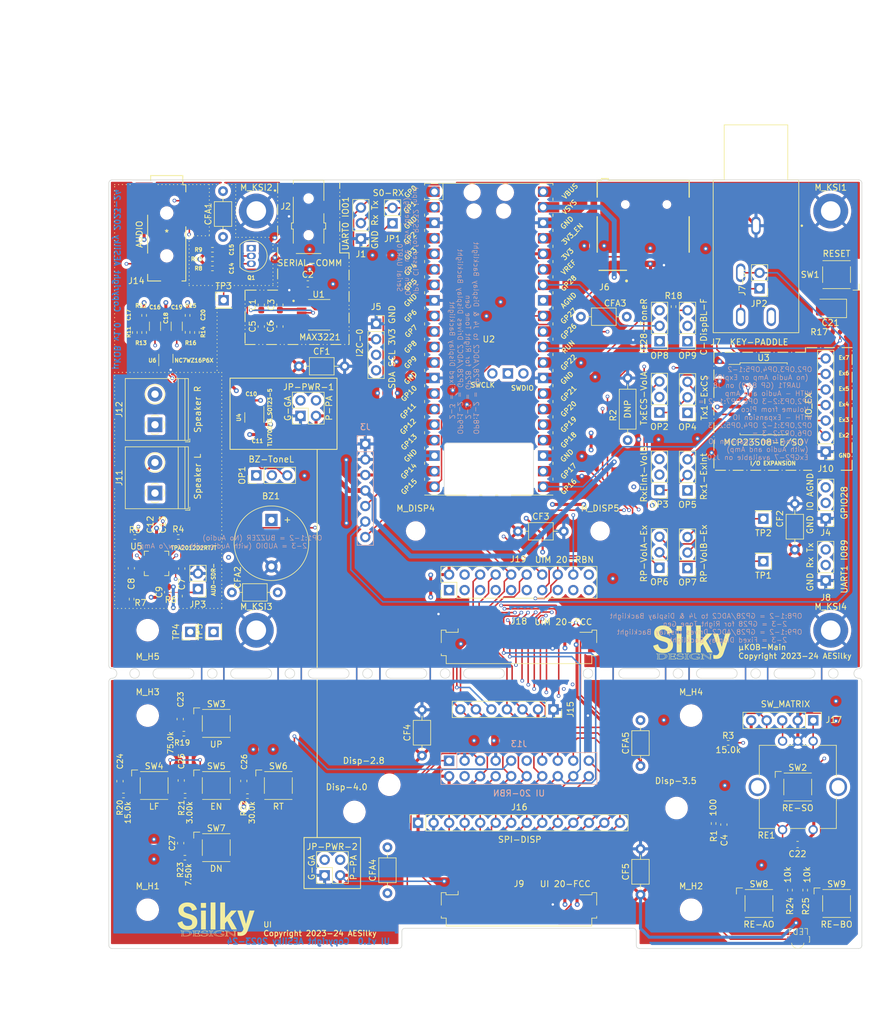
<source format=kicad_pcb>
(kicad_pcb (version 20221018) (generator pcbnew)
  (title_block (title "MuKOB Main Board") (rev "1.0b") (company "Silky Design") (comment 1 "Copyright AESilky 2023-24") (comment 4 "a=Value/Silkscreen Changes only"))
  (layers (0 "F.Cu" mixed) (1 "In1.Cu" mixed "IntF.Cu") (2 "In2.Cu" mixed "Analog.Cu") (31 "B.Cu" mixed) (34 "B.Paste" user) (35 "F.Paste" user) (36 "B.SilkS" user "B.Silkscreen") (37 "F.SilkS" user "F.Silkscreen") (38 "B.Mask" user) (39 "F.Mask" user) (44 "Edge.Cuts" user))
  (net 0 "")
  (net 1 "/BUZZ_DRV")
  (net 2 "GND")
  (net 3 "+3.3V")
  (net 4 "/SW_MTRX")
  (net 5 "+3.3VA")
  (net 6 "GNDA")
  (net 7 "VSYS")
  (net 8 "/AUD_IN")
  (net 9 "Net-(Q1-C)")
  (net 10 "Net-(Q1-B)")
  (net 11 "/MIC_IN")
  (net 12 "/PWM_AUD_R")
  (net 13 "/PWM_RR")
  (net 14 "/PWM_AUD_L")
  (net 15 "/PWM_LL")
  (net 16 "/SNDR_EN")
  (net 17 "/KEY-")
  (net 18 "/PDL_DASH-")
  (net 19 "/DISP_CS-")
  (net 20 "/DISP_RST-")
  (net 21 "/DISP_D{slash}C-")
  (net 22 "/DISP_MOSI")
  (net 23 "/DISP_SCK")
  (net 24 "/DISP_BL_LED")
  (net 25 "/DISP_MISO")
  (net 26 "/SD_TP_EX_SCK")
  (net 27 "/TCH_CS-")
  (net 28 "/SD_TP_EX_MOSI")
  (net 29 "/SD_TP_EX_MISO")
  (net 30 "/TCH_IRQ-")
  (net 31 "/RE_A")
  (net 32 "/RE_B")
  (net 33 "/KEY_PDL_DOT-")
  (net 34 "/COM_RXD")
  (net 35 "/COM_TXD")
  (net 36 "/U1_RX")
  (net 37 "/UART0_RX")
  (net 38 "/UART0_TX")
  (net 39 "/GPIO28ADC2")
  (net 40 "/SD_CS-")
  (net 41 "/SD_CARD_DET")
  (net 42 "Net-(JP1-Pin_1)")
  (net 43 "Net-(U1-C1-)")
  (net 44 "Net-(LED1-A)")
  (net 45 "/TONE_GEN_L")
  (net 46 "/TONE_GEN_L_SPKR")
  (net 47 "/U1_TX")
  (net 48 "/U1TX_EXCS")
  (net 49 "/P_VOL_A")
  (net 50 "/GPIO08")
  (net 51 "/U1RX_EXINT")
  (net 52 "/P_VOL_B")
  (net 53 "/VOLA")
  (net 54 "/VOLB")
  (net 55 "/TONE_GEN_R_SPKR")
  (net 56 "/PWM_R")
  (net 57 "/PWM_L")
  (net 58 "/RUN")
  (net 59 "VBUS")
  (net 61 "Net-(U1-C1+)")
  (net 62 "Net-(U1-V+)")
  (net 63 "Net-(U1-C2-)")
  (net 64 "Net-(U1-C2+)")
  (net 65 "Net-(U1-V-)")
  (net 66 "Net-(J14-TN)")
  (net 67 "Net-(J14-R1N)")
  (net 71 "/GPIO09")
  (net 79 "/TCH_CLK")
  (net 80 "/TCH_MOSI")
  (net 81 "/TCH_MISO")
  (net 82 "Net-(R19-Pad2)")
  (net 83 "Net-(R20-Pad2)")
  (net 84 "Net-(R21-Pad2)")
  (net 85 "Net-(R22-Pad2)")
  (net 86 "Net-(R23-Pad2)")
  (net 87 "/IO28_DBL_TGR")
  (net 88 "Net-(OP9-B)")
  (net 89 "/AIL+")
  (net 90 "/AIR+")
  (net 91 "/AOL+")
  (net 92 "/AOL-")
  (net 93 "/AOR+")
  (net 94 "/AOR-")
  (net 95 "/SDR-")
  (net 96 "/SDL-")
  (net 97 "/ExIO2")
  (net 98 "/ExIO3")
  (net 99 "/ExIO4")
  (net 100 "/ExIO5")
  (net 101 "/ExIO6")
  (net 102 "/ExIO7")
  (net 103 "/EX_CS-")
  (net 104 "/EX_INT")
  (net 105 "/EX_VOLA")
  (net 106 "/EX_VOLB")
  (footprint "Rotary_Encoder:RotaryEncoder_Bourns_Vertical_PEC12R-3xxxF-Sxxxx" (layer "F.Cu") (at 164.8232 141.5819 -90)
    (fp_text reference "RE1")
    (fp_text value "RotEnc-SW")
  )
  (footprint "Resistor_SMD:R_0402_1005Metric_Pad0.72x0.64mm_HandSolder" (layer "F.Cu") (at 62.484 74.7166 90)
    (fp_text reference "R16")
    (fp_text value "1.8k")
  )
  (footprint "Capacitor_THT:C_Axial_L3.8mm_D2.6mm_P7.50mm_Horizontal" (layer "F.Cu") (at 80.68 80.264)
    (fp_text reference "CF1")
    (fp_text value "0.1uF")
  )
  (footprint "AES_Library:SW_PUSH_SMD_1P1T_NO_45x45mm-CK" (layer "F.Cu") (at 57.011 148.8544)
    (fp_text reference "SW4")
    (fp_text value "LF")
  )
  (footprint "Capacitor_SMD:C_0603_1608Metric" (layer "F.Cu") (at 61.53 113.364 -90)
    (fp_text reference "C7")
    (fp_text value "10uF")
  )
  (footprint "Resistor_SMD:R_0402_1005Metric_Pad0.72x0.64mm_HandSolder" (layer "F.Cu") (at 62.484 71.948 90)
    (fp_text reference "R15")
    (fp_text value "100")
  )
  (footprint "Capacitor_SMD:C_0201_0603Metric_Pad0.64x0.40mm_HandSolder" (layer "F.Cu") (at 68.407242 64.006 90)
    (fp_text reference "C14")
    (fp_text value "100nF")
  )
  (footprint "Capacitor_THT:C_Axial_L3.8mm_D2.6mm_P7.50mm_Horizontal" (layer "F.Cu") (at 69.73 117.264)
    (fp_text reference "CFA2")
    (fp_text value "0.1uF")
  )
  (footprint "Resistor_SMD:R_0402_1005Metric_Pad0.72x0.64mm_HandSolder" (layer "F.Cu") (at 61.8744 140.3708)
    (fp_text reference "R19")
    (fp_text value "75.0k")
  )
  (footprint "TerminalBlock_Philmore:TerminalBlock_Philmore_TB132_1x02_P5.00mm_Horizontal" (layer "F.Cu") (at 57.15 89.836 90)
    (fp_text reference "J12")
    (fp_text value "SPKR_R")
  )
  (footprint "Connector_PinHeader_2.54mm:PinHeader_1x01_P2.54mm_Vertical" (layer "F.Cu") (at 156.68 112.164 180)
    (fp_text reference "TP1")
    (fp_text value "VOL-A")
  )
  (footprint "Connector_PinHeader_2.54mm:PinHeader_1x01_P2.54mm_Vertical" (layer "F.Cu") (at 156.68 105.214 180)
    (fp_text reference "TP2")
    (fp_text value "VOL-B")
  )
  (footprint "Capacitor_SMD:C_0201_0603Metric_Pad0.64x0.40mm_HandSolder" (layer "F.Cu") (at 68.407242 61.468 90)
    (fp_text reference "C15")
    (fp_text value "100nF")
  )
  (footprint "Capacitor_SMD:C_0201_0603Metric_Pad0.64x0.40mm_HandSolder" (layer "F.Cu") (at 53.848 71.948 90)
    (fp_text reference "C17")
    (fp_text value "100nF")
  )
  (footprint "Capacitor_SMD:C_0201_0603Metric_Pad0.64x0.40mm_HandSolder" (layer "F.Cu") (at 56.388 108.458 90)
    (fp_text reference "C12")
    (fp_text value "1uF" hide)
  )
  (footprint "Package_TO_SOT_SMD:SOT-363_SC-70-6" (layer "F.Cu") (at 58.928 78.994 90)
    (fp_text reference "U6")
    (fp_text value "NC7WZ16P6X")
  )
  (footprint "Connector_PinHeader_2.54mm:PinHeader_1x02_P2.54mm_Vertical" (layer "F.Cu") (at 64.18 116.704 180)
    (fp_text reference "JP3")
    (fp_text value "AUD-SDR-")
  )
  (footprint "Resistor_SMD:R_0402_1005Metric_Pad0.72x0.64mm_HandSolder" (layer "F.Cu") (at 53.33 118.364 90)
    (fp_text reference "R7")
    (fp_text value "100k")
  )
  (footprint "Capacitor_SMD:C_1206_3216Metric_Pad1.33x1.80mm_HandSolder" (layer "F.Cu") (at 57.15 73.726 90)
    (fp_text reference "C16")
    (fp_text value "47uF")
  )
  (footprint "Resistor_SMD:R_0402_1005Metric_Pad0.72x0.64mm_HandSolder" (layer "F.Cu") (at 62.0776 150.5204)
    (fp_text reference "R21")
    (fp_text value "3.00k")
  )
  (footprint "MountingHole:MountingHole_3.2mm_M3_ISO7380" (layer "F.Cu") (at 144.8562 169.164)
    (fp_text reference "M_H2")
    (fp_text value "Mount")
  )
  (footprint "Capacitor_SMD:C_0603_1608Metric_Pad1.08x0.95mm_HandSolder" (layer "F.Cu") (at 51.423 148.1443 -90)
    (fp_text reference "C24")
    (fp_text value "0.1uF" hide)
  )
  (footprint "Connector_PinHeader_2.54mm:PinHeader_1x03_P2.54mm_Vertical" (layer "F.Cu") (at 144.272 76.2 180)
    (fp_text reference "OP9")
    (fp_text value "DISP-BL-PWR")
  )
  (footprint "Connector_PinHeader_2.54mm:PinHeader_2x10_P2.54mm_Vertical" (layer "F.Cu") (at 105.266 116.88572 90)
    (fp_text reference "J19")
    (fp_text value "UIM 20-RBN")
  )
  (footprint "Capacitor_SMD:C_0201_0603Metric_Pad0.64x0.40mm_HandSolder" (layer "F.Cu") (at 73.914 91.44 180)
    (fp_text reference "C11")
    (fp_text value "1uF")
  )
  (footprint "Capacitor_SMD:C_0603_1608Metric" (layer "F.Cu") (at 150.2194 155.2477 -90)
    (fp_text reference "C4")
    (fp_text value "10uF")
  )
  (footprint "AES_Library:RPi_PicoW_SMD_TH" (layer "F.Cu") (at 111.76 75.8444)
    (fp_text reference "U2")
    (fp_text value "PicoW")
  )
  (footprint "Capacitor_SMD:C_0603_1608Metric_Pad1.08x0.95mm_HandSolder" (layer "F.Cu") (at 74.537 73.7709 90)
    (fp_text reference "C5")
    (fp_text value "0.1uF" hide)
  )
  (footprint "Resistor_SMD:R_0402_1005Metric_Pad0.72x0.64mm_HandSolder" (layer "F.Cu") (at 55.372 71.948 90)
    (fp_text reference "R12")
    (fp_text value "100")
  )
  (footprint "AES_Library:CUI_DEVICES_SJ43516_SMT-CPJ" (layer "F.Cu") (at 59.07278 58.4454)
    (fp_text reference "J14")
    (fp_text value "AUDIO")
  )
  (footprint "Resistor_SMD:R_0402_1005Metric_Pad0.72x0.64mm_HandSolder" (layer "F.Cu") (at 66.548 61.214)
    (fp_text reference "R9")
    (fp_text value "10k")
  )
  (footprint "MountingHole:MountingHole_3.2mm_M3_ISO7380" (layer "F.Cu") (at 55.9562 123.444)
    (fp_text reference "M_H5")
    (fp_text value "Mount")
  )
  (footprint "Capacitor_SMD:C_0201_0603Metric_Pad0.64x0.40mm_HandSolder" (layer "F.Cu") (at 72.898 85.852)
    (fp_text reference "C10")
    (fp_text value "1uF")
  )
  (footprint "Connector_PinHeader_2.54mm:PinHeader_2x02_P2.54mm_Vertical" (layer "F.Cu") (at 84.905 163.539 90)
    (fp_text reference "JP-PWR-2")
    (fp_text value "PWR-APWR-Bridge")
  )
  (footprint "Capacitor_THT:C_Axial_L3.8mm_D2.6mm_P7.50mm_Horizontal" (layer "F.Cu") (at 136.58 145.664 90)
    (fp_text reference "CFA5")
    (fp_text value "0.1uF")
  )
  (footprint "MountingHole:MountingHole_2.7mm_M2.5" (layer "F.Cu") (at 99.7966 107.2134)
    (fp_text reference "M_DISP4")
    (fp_text value "Mount")
  )
  (footprint "Resistor_SMD:R_0402_1005Metric_Pad0.72x0.64mm_HandSolder" (layer "F.Cu") (at 62.0402 160.6654)
    (fp_text reference "R23")
    (fp_text value "7.50k")
  )
  (footprint "Connector_PinHeader_2.54mm:PinHeader_1x02_P2.54mm_Vertical" (layer "F.Cu") (at 96.012 56.894 180)
    (fp_text reference "JP1")
    (fp_text value "S0-RX")
  )
  (footprint "Resistor_SMD:R_0402_1005Metric_Pad0.72x0.64mm_HandSolder" (layer "F.Cu") (at 163.5252 165.9636 -90)
    (fp_text reference "R25")
    (fp_text value "10k")
  )
  (footprint "Capacitor_THT:C_Axial_L3.8mm_D2.6mm_P7.50mm_Horizontal" (layer "F.Cu") (at 68.28 59.114 90)
    (fp_text reference "CFA1")
    (fp_text value "0.1uF")
  )
  (footprint "Package_SO:SOIC-18W_7.5x11.6mm_P1.27mm" (layer "F.Cu") (at 156.718 85.598)
    (fp_text reference "U3")
    (fp_text value "MCP23S08-E/SO")
  )
  (footprint "Connector_PinHeader_2.54mm:PinHeader_1x02_P2.54mm_Vertical" (layer "F.Cu") (at 156.0576 67.5182 180)
    (fp_text reference "JP2")
    (fp_text value "J7-BP")
  )
  (footprint "Buzzer_Beeper:Buzzer_12x9.5RM7.6" (layer "F.Cu") (at 76.2 105.42 -90)
    (fp_text reference "BZ1")
    (fp_text value "Buzzer")
  )
  (footprint "MountingHole:MountingHole_3.2mm_M3_ISO7380_Pad_TopBottom" (layer "F.Cu") (at 73.7242 123.4544)
    (fp_text reference "M_KSI3")
    (fp_text value "MountingHole_Pad")
  )
  (footprint "Connector_PinSocket_2.54mm:PinSocket_1x14_P2.54mm_Vertical" (layer "F.Cu") (at 100.191 154.9504 90)
    (fp_text reference "J16")
    (fp_text value "SPI-DISP")
  )
  (footprint "Package_TO_SOT_SMD:SOT-23-5" (layer "F.Cu") (at 73.406 88.646 -90)
    (fp_text reference "U4")
    (fp_text value "TLV70033_SOT23-5")
  )
  (footprint "Capacitor_THT:C_Axial_L3.8mm_D2.6mm_P7.50mm_Horizontal" (layer "F.Cu") (at 136.58 166.714 90)
    (fp_text reference "CF5")
    (fp_text value "0.1uF")
  )
  (footprint "Connector_PinHeader_2.54mm:PinHeader_1x03_P2.54mm_Vertical" (layer "F.Cu") (at 139.675 87.8332 180)
    (fp_text reference "OP2")
    (fp_text value "OP_A-B" hide)
  )
  (footprint "MountingHole:MountingHole_3.2mm_M3" (layer "F.Cu") (at 89.777 153.1724)
    (fp_text reference "M_DISP3" hide)
    (fp_text value "Disp-4.0")
  )
  (footprint "Capacitor_SMD:C_0603_1608Metric_Pad1.08x0.95mm_HandSolder" (layer "F.Cu") (at 59.23 117.214 -90)
    (fp_text reference "C9")
    (fp_text value "0.1uF")
  )
  (footprint "Resistor_SMD:R_0402_1005Metric_Pad0.72x0.64mm_HandSolder" (layer "F.Cu") (at 60.96 108.204 180)
    (fp_text reference "R4")
    (fp_text value "100k")
  )
  (footprint "Capacitor_THT:C_Axial_L3.8mm_D2.6mm_P7.50mm_Horizontal" (layer "F.Cu") (at 126.83 72.164)
    (fp_text reference "CFA3")
    (fp_text value "0.1uF")
  )
  (footprint "AES_Library:SW_PUSH_SMD_1P1T_NO_45x45mm-CK" (layer "F.Cu") (at 67.171 159.0144)
    (fp_text reference "SW7")
    (fp_text value "DN")
  )
  (footprint "Capacitor_SMD:C_0603_1608Metric_Pad1.08x0.95mm_HandSolder" (layer "F.Cu") (at 61.4426 148.0312 -90)
    (fp_text reference "C25")
    (fp_text value "0.1uF" hide)
  )
  (footprint "Capacitor_SMD:C_0603_1608Metric_Pad1.08x0.95mm_HandSolder" (layer "F.Cu") (at 82.1555 66.7934)
    (fp_text reference "C2")
    (fp_text value "0.1uF" hide)
  )
  (footprint "Capacitor_SMD:C_0603_1608Metric_Pad1.08x0.95mm_HandSolder" (layer "F.Cu") (at 77.585 73.7709 -90)
    (fp_text reference "C6")
    (fp_text value "0.1uF" hide)
  )
  (footprint "AES_Library:SW_PUSH_SMD_1P1T_NO_45x45mm-CK" (layer "F.Cu") (at 67.171 138.6944)
    (fp_text reference "SW3")
    (fp_text value "UP")
  )
  (footprint "Connector_PinHeader_2.54mm:PinHeader_1x03_P2.54mm_Vertical" (layer "F.Cu") (at 139.7 76.2 180)
    (fp_text reference "OP8")
    (fp_text value "IO28-ToneR")
  )
  (footprint "Resistor_SMD:R_0402_1005Metric_Pad0.72x0.64mm_HandSolder" (layer "F.Cu") (at 161.036 165.9636 -90)
    (fp_text reference "R24")
    (fp_text value "10k")
  )
  (footprint "Capacitor_SMD:C_0603_1608Metric_Pad1.08x0.95mm_HandSolder" (layer "F.Cu") (at 61.2782 137.9843 -90)
    (fp_text reference "C23")
    (fp_text value "0.1uF" hide)
  )
  (footprint "MountingHole:MountingHole_3.2mm_M3_ISO7380_Pad_TopBottom" (layer "F.Cu") (at 167.7042 123.4544)
    (fp_text reference "M_KSI4")
    (fp_text value "MountingHole_Pad")
  )
  (footprint "Resistor_SMD:R_0402_1005Metric_Pad0.72x0.64mm_HandSolder" (layer "F.Cu") (at 61.23 117.864 90)
    (fp_text reference "R6")
    (fp_text value "100k")
  )
  (footprint "Capacitor_THT:C_Axial_L3.8mm_D2.6mm_P7.50mm_Horizontal" (layer "F.Cu") (at 100.83 143.964 90)
    (fp_text reference "CF4")
    (fp_text value "0.1uF")
  )
  (footprint "MountingHole:MountingHole_3.2mm_M3" (layer "F.Cu") (at 142.482 152.5374)
    (fp_text reference "M_DISP2" hide)
    (fp_text value "Disp-3.5")
  )
  (footprint "Resistor_SMD:R_0402_1005Metric_Pad0.72x0.64mm_HandSolder" (layer "F.Cu") (at 53.848 108.204)
    (fp_text reference "R5")
    (fp_text value "100k")
  )
  (footprint "Resistor_SMD:R_0402_1005Metric_Pad0.72x0.64mm_HandSolder" (layer "F.Cu") (at 64.008 74.742 90)
    (fp_text reference "R14")
    (fp_text value "220")
  )
  (footprint "AES_Library:SILKY-DESIGN-logo-0_50-AES" (layer "F.Cu") (at 67.179873 170.764703)
    (fp_text reference "G2" hide)
    (fp_text value "LOGO" hide)
  )
  (footprint "AES_Library:SW_PUSH_SMD_1P1T_NO_45x45mm-CK" (layer "F.Cu") (at 168.656 168.148)
    (fp_text reference "SW9")
    (fp_text value "RE-BO")
  )
  (footprint "AES_Library:SDCard-GCT_MEM2075-00-140-01-A" (layer "F.Cu") (at 137.496 53.8049 180)
    (fp_text reference "J6")
    (fp_text value "MicroSD-Socket w/Det")
  )
  (footprint "Connector_PinHeader_2.54mm:PinHeader_1x05_P2.54mm_Vertical" (layer "F.Cu") (at 164.846 138.2014 -90)
    (fp_text reference "J17")
    (fp_text value "SW_MATRIX")
  )
  (footprint "AES_Library:SW_PUSH_SMD_1P1T_NO_45x45mm-CK" (layer "F.Cu") (at 168.656 65.278 180)
    (fp_text reference "SW1")
    (fp_text value "RESET")
  )
  (footprint "Connector_PinHeader_2.54mm:PinHeader_1x07_P2.54mm_Vertical" (layer "F.Cu") (at 166.878 94.234 180)
    (fp_text reference "J10")
    (fp_text value "IO_EX")
  )
  (footprint "Connector_PinHeader_2.54mm:PinHeader_1x03_P2.54mm_Vertical" (layer "F.Cu") (at 139.675 100.5332 180)
    (fp_text reference "OP3")
    (fp_text value "OP_A-B" hide)
  )
  (footprint "AES_Library:Amphenol_F51L_1x20_P1.00mm_Horizontal-FFC" (layer "F.Cu") (at 116.701 124.608)
    (fp_text reference "J18")
    (fp_text value "UIM 20-FCC")
  )
  (footprint "Capacitor_SMD:C_0201_0603Metric_Pad0.64x0.40mm_HandSolder" (layer "F.Cu") (at 64.008 71.948 90)
    (fp_text reference "C20")
    (fp_text value "100nF")
  )
  (footprint "Capacitor_SMD:C_1206_3216Metric_Pad1.33x1.80mm_HandSolder" (layer "F.Cu") (at 60.706 73.726 90)
    (fp_text reference "C19")
    (fp_text value "47uF")
  )
  (footprint "Capacitor_SMD:C_0603_1608Metric" (layer "F.Cu") (at 53.28 113.314 -90)
    (fp_text reference "C8")
    (fp_text value "10uF")
  )
  (footprint "Resistor_SMD:R_0402_1005Metric_Pad0.72x0.64mm_HandSolder" (layer "F.Cu") (at 150.93 141.864)
    (fp_text reference "R3")
    (fp_text value "15.0k")
  )
  (footprint "Connector_PinSocket_2.54mm:PinSocket_1x07_P2.54mm_Vertical" (layer "F.Cu") (at 122.3518 136.398 -90)
    (fp_text reference "J15")
    (fp_text value "SPI-0")
  )
  (footprint "Capacitor_SMD:C_0603_1608Metric_Pad1.08x0.95mm_HandSolder" (layer "F.Cu") (at 71.6788 148.1085 -90)
    (fp_text reference "C26")
    (fp_text value "0.1uF" hide)
  )
  (footprint "Connector_PinHeader_2.54mm:PinHeader_1x03_P2.54mm_Vertical" (layer "F.Cu") (at 144.272 113.284 180)
    (fp_text reference "OP7")
    (fp_text value "OP_A-B" hide)
  )
  (footprint "Capacitor_SMD:C_0603_1608Metric_Pad1.08x0.95mm_HandSolder" (layer "F.Cu") (at 77.585 70.2149 90)
    (fp_text reference "C3")
    (fp_text value "0.1uF" hide)
  )
  (footprint "Resistor_SMD:R_0402_1005Metric_Pad0.72x0.64mm_HandSolder" (layer "F.Cu") (at 51.9939 150.48)
    (fp_text reference "R20")
    (fp_text value "15.0k")
  )
  (footprint "Capacitor_SMD:C_0603_1608Metric_Pad1.08x0.95mm_HandSolder" (layer "F.Cu") (at 162.2833 158.4989)
    (fp_text reference "C22")
    (fp_text value "0.1uF" hide)
  )
  (footprint "Connector_PinHeader_2.54mm:PinHeader_1x03_P2.54mm_Vertical" (layer "F.Cu") (at 166.878 115.316 180)
    (fp_text reference "J8")
    (fp_text value "UART1 IO89")
  )
  (footprint "Connector_PinHeader_2.54mm:PinHeader_2x02_P2.54mm_Vertical" (layer "F.Cu") (at 80.955 88.389 90)
    (fp_text reference "JP-PWR-1")
    (fp_text value "PWR-APWR-Bridge")
  )
  (footprint "Capacitor_THT:C_Axial_L3.8mm_D2.6mm_P7.50mm_Horizontal" (layer "F.Cu") (at 161.83 110.264 90)
    (fp_text reference "CF2")
    (fp_text value "0.1uF")
  )
  (footprint "MountingHole:MountingHole_2.7mm_M2.5" (layer "F.Cu") (at 129.9718 107.2134)
    (fp_text reference "M_DISP5")
    (fp_text value "Mount")
  )
  (footprint "TerminalBlock_Philmore:TerminalBlock_Philmore_TB132_1x02_P5.00mm_Horizontal" (layer "F.Cu") (at 57.15 101.012 90)
    (fp_text reference "J11")
    (fp_text value "SPKR_L")
  )
  (footprint "AES_Library:SW_PUSH_SMD_1P1T_NO_45x45mm-CK" (layer "F.Cu") (at 155.956 168.148)
    (fp_text reference "SW8")
    (fp_text value "RE-AO")
  )
  (footprint "Connector_PinHeader_2.54mm:PinHeader_1x01_P2.54mm_Vertical" (layer "F.Cu") (at 62.92 123.714 90)
    (fp_text reference "TP4")
    (fp_text value "TONE-R")
  )
  (footprint "Capacitor_THT:C_Axial_L3.8mm_D2.6mm_P7.50mm_Horizontal" (layer "F.Cu") (at 95.18 166.464 90)
    (fp_text reference "CFA4")
    (fp_text value "0.1uF")
  )
  (footprint "Connector_PinSocket_2.54mm:PinSocket_1x04_P2.54mm_Vertical" (layer "F.Cu") (at 93.33 73.314)
    (fp_text reference "J5")
    (fp_text value "I2C-0")
  )
  (footprint "Resistor_THT:R_Axial_DIN0207_L6.3mm_D2.5mm_P10.16mm_Horizontal" (layer "F.Cu") (at 134.48 92.364 90)
    (fp_text reference "R2")
    (fp_text value "DNP")
  )
  (footprint "Capacitor_SMD:C_0603_1608Metric_Pad1.08x0.95mm_HandSolder" (layer "F.Cu") (at 61.3544 158.2778 -90)
    (fp_text reference "C27")
    (fp_text value "0.1uF" hide)
  )
  (footprint "AES_Library:SILKY-DESIGN-logo-0_50-AES" (layer "F.Cu") (at 145.0086 125.4506)
    (fp_text reference "G1" hide)
    (fp_text value "LOGO" hide)
  )
  (footprint "MountingHole:MountingHole_3.2mm_M3" (layer "F.Cu") (at 95.492 148.7274)
    (fp_text reference "M_DISP1" hide)
    (fp_text value "Disp-2.8")
  )
  (footprint "Resistor_SMD:R_0402_1005Metric_Pad0.72x0.64mm_HandSolder" (layer "F.Cu") (at 72.2751 150.5966)
    (fp_text reference "R22")
    (fp_text value "30.0k")
  )
  (footprint "AES_Library:QFN50P400X400X80-21N270X270" (layer "F.Cu") (at 57.404 112.522)
    (fp_text reference "U5")
    (fp_text value "TPA2012D2RTJT")
  )
  (footprint "MountingHole:MountingHole_3.2mm_M3_ISO7380" (layer "F.Cu") (at 144.8562 137.414)
    (fp_text reference "M_H4")
    (fp_text value "Mount")
  )
  (footprint "Connector_PinHeader_2.54mm:PinHeader_1x03_P2.54mm_Vertical" (layer "F.Cu") (at 90.8304 59.394 180)
    (fp_text reference "J1")
    (fp_text value "UART0 IO01")
  )
  (footprint "Capacitor_SMD:C_0201_0603Metric_Pad0.64x0.40mm_HandSolder" (layer "F.Cu") (at 58.928 74.676 90)
    (fp_text reference "C18")
    (fp_text value "100nF")
  )
  (footprint "AES_Library:Amphenol_F51L_1x20_P1.00mm_Horizontal-FFC" (layer "F.Cu") (at 116.701 167.5444)
    (fp_text reference "J9")
    (fp_text value "UI 20-FCC")
  )
  (footprint "Connector_PinHeader_2.54mm:PinHeader_1x03_P2.54mm_Vertical" (layer "F.Cu") (at 144.272 87.884 180)
    (fp_text reference "OP4")
    (fp_text value "OP_A-B" hide)
  )
  (footprint "AES_Library:TSSOP-16" (layer "F.Cu") (at 84.011 71.8504)
    (fp_text reference "U1")
    (fp_text value "MAX3221")
  )
  (footprint "Connector_PinHeader_2.54mm:PinHeader_1x01_P2.54mm_Vertical" (layer "F.Cu") (at 68.38 69.464)
    (fp_text reference "TP3")
    (fp_text value "AUD-IN")
  )
  (footprint "Capacitor_Tantalum_SMD:CP_EIA-3528-15_AVX-H_Pad1.50x2.35mm_HandSolder" (layer "F.Cu") (at 167.6566 70.8031 180)
    (fp_text reference "C21")
    (fp_text value "22uF Tant" hide)
  )
  (footprint "Connector_PinHeader_2.54mm:PinHeader_1x03_P2.54mm_Vertical" (layer "F.Cu") (at 139.675 113.2332 180)
    (fp_text reference "OP6")
    (fp_text value "OP_A-B" hide)
  )
  (footprint "AES_Library:SW_PUSH_SMD_1P1T_NO_45x45mm-CK" (layer "F.Cu") (at 67.171 148.8544)
    (fp_text reference "SW5")
    (fp_text value "EN")
  )
  (footprint "MountingHole:MountingHole_3.2mm_M3_ISO7380_Pad_TopBottom" (layer "F.Cu") (at 73.7242 54.8744)
    (fp_text reference "M_KSI2")
    (fp_text value "MountingHole_Pad")
  )
  (footprint "AES_Library:SW_PUSH_SMD_1P1T_NO_45x45mm-CK" (layer "F.Cu") (at 77.331 148.8544)
    (fp_text reference "SW6")
    (fp_text value "RT")
  )
  (footprint "Capacitor_THT:C_Axial_L3.8mm_D2.6mm_P7.50mm_Horizontal" (layer "F.Cu") (at 116.53 107.264)
    (fp_text reference "CF3")
    (fp_text value "0.1uF")
  )
  (footprint "Resistor_SMD:R_0402_1005Metric_Pad0.72x0.64mm_HandSolder" (layer "F.Cu") (at 148.5392 155.067 -90)
    (fp_text reference "R1")
    (fp_text value "100")
  )
  (footprint "Connector_PinHeader_2.54mm:PinHeader_1x03_P2.54mm_Vertical" (layer "F.Cu") (at 73.73 98.114 90)
    (fp_text reference "OP1")
    (fp_text value "BZ-SPK")
  )
  (footprint "Resistor_SMD:R_0402_1005Metric_Pad0.72x0.64mm_HandSolder" (layer "F.Cu") (at 53.848 74.742 90)
    (fp_text reference "R11")
    (fp_text value "220")
  )
  (footprint "AES_Library:LED_SMD_SIDEVIEW_Harvatek" (layer "F.Cu") (at 162.306 174.498 -90)
    (fp_text reference "LED1")
    (fp_text value "PWR")
  )
  (footprint "Resistor_SMD:R_0402_1005Metric_Pad0.72x0.64mm_HandSolder" (layer "F.Cu") (at 66.548 64.262)
    (fp_text reference "R8")
    (fp_text value "10k")
  )
  (footprint "MountingHole:MountingHole_3.2mm_M3_ISO7380_Pad_TopBottom" (layer "F.Cu") (at 167.7042 54.8744)
    (fp_text reference "M_KSI1")
    (fp_text value "MountingHole_Pad")
  )
  (footprint "MountingHole:MountingHole_3.2mm_M3_ISO7380" (layer "F.Cu") (at 55.9562 137.414)
    (fp_text reference "M_H3")
    (fp_text value "Mount")
  )
  (footprint "AES_Library:SW_PUSH_SMD_1P1T_NO_45x45mm-CK" (layer "F.Cu") (at 162.306 149.098)
    (fp_text reference "SW2")
    (fp_text value "RE-SO")
  )
  (footprint "Connector_PinHeader_2.54mm:PinHeader_1x01_P2.54mm_Vertical" (layer "F.Cu") (at 66.73 123.714 90)
    (fp_text reference "TP5")
    (fp_text value "TONE-L")
  )
  (footprint "Resistor_SMD:R_0402_1005Metric_Pad0.72x0.64mm_HandSolder" (layer "F.Cu") (at 168.6224 74.6639)
    (fp_text reference "R17")
    (fp_text value "20k" hide)
  )
  (footprint "Connector_PinHeader_2.54mm:PinHeader_1x03_P2.54mm_Vertical" (layer "F.Cu") (at 144.272 100.584 180)
    (fp_text reference "OP5")
    (fp_text value "OP_A-B" hide)
  )
  (footprint "MountingHole:MountingHole_3.2mm_M3_ISO7380" (layer "F.Cu") (at 55.9562 169.164)
    (fp_text reference "M_H1")
    (fp_text value "Mount")
  )
  (footprint "Capacitor_SMD:C_0201_0603Metric_Pad0.64x0.40mm_HandSolder" (layer "F.Cu") (at 58.42 108.458 90)
    (fp_text reference "C13")
    (fp_text value "1uF" hide)
  )
  (footprint "Resistor_SMD:R_0402_1005Metric_Pad0.72x0.64mm_HandSolder" (layer "F.Cu") (at 141.986 70.514 -90)
    (fp_text reference "R18")
    (fp_text value "100")
  )
  (footprint "Capacitor_SMD:C_0603_1608Metric_Pad1.08x0.95mm_HandSolder" (layer "F.Cu") (at 74.537 70.2149 90)
    (fp_text reference "C1")
    (fp_text value "0.1uF" hide)
  )
  (footprint "Resistor_SMD:R_0402_1005Metric_Pad0.72x0.64mm_HandSolder" (layer "F.Cu") (at 66.548 62.738)
    (fp_text reference "R10")
    (fp_text value "100k")
  )
  (footprint "Resistor_SMD:R_0402_1005Metric_Pad0.72x0.64mm_HandSolder" (layer "F.Cu") (at 55.372 74.742 90)
    (fp_text reference "R13")
    (fp_text value "1.8k")
  )
  (footprint "AES_Library:CUI_SJ-2524-SMT-TRS-audio-jack" (layer "F.Cu") (at 82.28 55.8244 -90)
    (fp_text reference "J2")
    (fp_text value "SERIAL-COMM")
  )
  (footprint "Package_TO_SOT_THT:TO-92_Inline" (layer "F.Cu") (at 72.898 60.96 -90)
    (fp_text reference "Q1")
    (fp_text value "2N3904")
  )
  (footprint "Connector_PinHeader_2.54mm:PinHeader_1x03_P2.54mm_Vertical" (layer "F.Cu") (at 166.878 105.156 180)
    (fp_text reference "J4")
    (fp_text value "GPIO28")
  )
  (footprint "AES_Library:CUI_SJ-63063B-audio-jack" (layer "F.Cu") (at 155.4734 57.277 -90)
    (fp_text reference "J7")
    (fp_text value "KEY-PADDLE")
  )
  (footprint "Connector_PinSocket_2.54mm:PinSocket_1x07_P2.54mm_Vertical" (layer "B.Cu") (at 91.555 92.9744 180)
    (fp_text reference "J3")
    (fp_text value "KEY_SND_IF")
  )
  (footprint "Connector_PinHeader_2.54mm:PinHeader_2x10_P2.54mm_Vertical" (layer "B.Cu") (at 105.266 144.7904 -90)
    (fp_text reference "J13")
    (fp_text value "UI 20-RBN")
  )
  (gr_line (start 62.738 67.056) (end 67.056 67.056) (stroke (width 0.15) (type dot)) (layer "F.SilkS"))
  (gr_line (start 169.418 97.282) (end 171.196 97.282) (stroke (width 0.15) (type dash_dot)) (layer "F.SilkS"))
  (gr_line (start 76.454 59.182) (end 76.454 67.056) (stroke (width 0.15) (type dot)) (layer "F.SilkS"))
  (gr_line (start 57.658 50.546) (end 66.04 50.546) (stroke (width 0.15) (type dot)) (layer "F.SilkS"))
  (gr_line (start 87.376 61.722) (end 87.376 50.292) (stroke (width 0.15) (type dash_dot_dot)) (layer "F.SilkS"))
  (gr_line (start 77.216 50.292) (end 77.216 67.818) (stroke (width 0.15) (type dash_dot_dot)) (layer "F.SilkS"))
  (gr_line (start 50.546 81.28) (end 68.072 81.28) (stroke (width 0.15) (type dot)) (layer "F.SilkS"))
  (gr_line (start 50.546 50.546) (end 53.086 50.546) (stroke (width 0.15) (type dot)) (layer "F.SilkS"))
  (gr_line (start 76.454 59.182) (end 70.358 59.182) (stroke (width 0.15) (type dot)) (layer "F.SilkS"))
  (gr_line (start 66.04 58.928) (end 62.738 58.928) (stroke (width 0.15) (type dot)) (layer "F.SilkS"))
  (gr_line (start 88.9 76.708) (end 88.9 61.722) (stroke (width 0.15) (type dash_dot_dot)) (layer "F.SilkS"))
  (gr_line (start 83.68 157.364) (end 83.68 131.564) (stroke (width 0.15)) (layer "F.SilkS"))
  (gr_line (start 148.844 97.282) (end 164.592 97.282) (stroke (width 0.15) (type dash_dot)) (layer "F.SilkS"))
  (gr_line (start 50.546 119.888) (end 50.546 100.076) (stroke (width 0.15) (type dot)) (layer "F.SilkS"))
  (gr_line (start 70.358 59.182) (end 70.358 50.546) (stroke (width 0.15) (type dot)) (layer "F.SilkS"))
  (gr_line (start 50.546 96.52) (end 50.546 88.9) (stroke (width 0.15) (type dot)) (layer "F.SilkS"))
  (gr_line (start 83.68 129.514) (end 83.68 93.864) (stroke (width 0.15)) (layer "F.SilkS"))
  (gr_line (start 148.59 77.978) (end 148.59 97.282) (stroke (width 0.15) (type dash_dot)) (layer "F.SilkS"))
  (gr_line (start 163.576 77.216) (end 163.576 77.978) (stroke (width 0.15) (type dash_dot)) (layer "F.SilkS"))
  (gr_line (start 50.546 80.518) (end 50.546 50.546) (stroke (width 0.15) (type dot)) (layer "F.SilkS"))
  (gr_line (start 171.196 77.216) (end 163.576 77.216) (stroke (width 0.15) (type dash_dot)) (layer "F.SilkS"))
  (gr_rect (start 81.53 157.364) (end 90.78 165.714) (stroke (width 0.15)) (fill none) (layer "F.SilkS"))
  (gr_line (start 67.31 67.056) (end 67.31 81.28) (stroke (width 0.15) (type dot)) (layer "F.SilkS"))
  (gr_line (start 88.9 61.722) (end 87.376 61.722) (stroke (width 0.15) (type dash_dot_dot)) (layer "F.SilkS"))
  (gr_line (start 62.738 59.182) (end 62.738 67.056) (stroke (width 0.15) (type dot)) (layer "F.SilkS"))
  (gr_line (start 71.882 67.818) (end 71.882 76.708) (stroke (width 0.15) (type dash_dot_dot)) (layer "F.SilkS"))
  (gr_rect (start 69.43 82.214) (end 86.93 93.864) (stroke (width 0.15)) (fill none) (layer "F.SilkS"))
  (gr_line (start 66.04 50.546) (end 66.04 59.182) (stroke (width 0.15) (type dot)) (layer "F.SilkS"))
  (gr_line (start 76.454 67.056) (end 67.056 67.056) (stroke (width 0.15) (type dot)) (layer "F.SilkS"))
  (gr_line (start 163.576 77.978) (end 148.59 77.978) (stroke (width 0.15) (type dash_dot)) (layer "F.SilkS"))
  (gr_line (start 68.072 81.28) (end 68.072 119.888) (stroke (width 0.15) (type dot)) (layer "F.SilkS"))
  (gr_line (start 70.358 50.546) (end 66.04 50.546) (stroke (width 0.15) (type dot)) (layer "F.SilkS"))
  (gr_line (start 71.882 76.708) (end 88.9 76.708) (stroke (width 0.15) (type dash_dot_dot)) (layer "F.SilkS"))
  (gr_line (start 77.216 67.818) (end 71.882 67.818) (stroke (width 0.15) (type dash_dot_dot)) (layer "F.SilkS"))
  (gr_line (start 68.072 119.888) (end 50.546 119.888) (stroke (width 0.15) (type dot)) (layer "F.SilkS"))
  (gr_line (start 50.546 85.598) (end 50.546 81.28) (stroke (width 0.15) (type dot)) (layer "F.SilkS"))
  (gr_line (start 171.196 97.282) (end 171.196 77.216) (stroke (width 0.15) (type dash_dot)) (layer "F.SilkS"))
  (gr_line (start 133.82498 129.731134) (end 138.918314 129.731134) (stroke (width 0.1)) (layer "Edge.Cuts"))
  (gr_line (start 83.023074 129.731134) (end 88.116408 129.731134) (stroke (width 0.1)) (layer "Edge.Cuts"))
  (gr_circle (center 53.81882 130.523) (end 54.6113 130.523) (stroke (width 0.1)) (fill none) (layer "Edge.Cuts"))
  (gr_circle (center 127.9906 130.523) (end 128.78308 130.523) (stroke (width 0.1)) (fill none) (layer "Edge.Cuts"))
  (gr_arc (start 135.382 172.212) (mid 135.74121 172.36079) (end 135.89 172.72) (stroke (width 0.1)) (layer "Edge.Cuts"))
  (gr_circle (center 104.61882 130.523) (end 105.4113 130.523) (stroke (width 0.1)) (fill none) (layer "Edge.Cuts"))
  (gr_line (start 95.723074 129.731134) (end 100.816408 129.731134) (stroke (width 0.1)) (layer "Edge.Cuts"))
  (gr_arc (start 104.47381 93.32321) (mid 104.6226 92.964) (end 104.98181 92.81521) (stroke (width 0.1)) (layer "Edge.Cuts"))
  (gr_arc (start 113.517361 129.731134) (mid 114.309207 130.52298) (end 113.517361 131.314826) (stroke (width 0.1)) (layer "Edge.Cuts"))
  (gr_line (start 146.52498 129.731134) (end 151.618314 129.731134) (stroke (width 0.1)) (layer "Edge.Cuts"))
  (gr_line (start 151.618314 131.314826) (end 146.52498 131.314826) (stroke (width 0.1)) (layer "Edge.Cuts"))
  (gr_arc (start 97.536 172.72) (mid 97.68479 172.36079) (end 98.044 172.212) (stroke (width 0.1)) (layer "Edge.Cuts"))
  (gr_line (start 62.715455 131.314826) (end 57.622121 131.314826) (stroke (width 0.1)) (layer "Edge.Cuts"))
  (gr_arc (start 136.398 175.514) (mid 136.03879 175.36521) (end 135.89 175.006) (stroke (width 0.1)) (layer "Edge.Cuts"))
  (gr_line (start 108.424027 129.731134) (end 113.517361 129.731134) (stroke (width 0.1)) (layer "Edge.Cuts"))
  (gr_circle (center 66.51882 130.523) (end 67.3113 130.523) (stroke (width 0.1)) (fill none) (layer "Edge.Cuts"))
  (gr_arc (start 172.7962 129.21996) (mid 172.64741 129.57917) (end 172.2882 129.72796) (stroke (width 0.1)) (layer "Edge.Cuts"))
  (gr_circle (center 79.21882 130.523) (end 80.0113 130.523) (stroke (width 0.1)) (fill none) (layer "Edge.Cuts"))
  (gr_arc (start 172.2882 131.314826) (mid 172.647859 131.463801) (end 172.796834 131.82346) (stroke (width 0.1)) (layer "Edge.Cuts"))
  (gr_arc (start 49.605566 131.826) (mid 49.754541 131.466341) (end 50.1142 131.317366) (stroke (width 0.1)) (layer "Edge.Cuts"))
  (gr_arc (start 88.116408 129.731134) (mid 88.908254 130.52298) (end 88.116408 131.314826) (stroke (width 0.1)) (layer "Edge.Cuts"))
  (gr_arc (start 95.723074 131.314826) (mid 94.931274 130.52298) (end 95.723074 129.731134) (stroke (width 0.1)) (layer "Edge.Cuts"))
  (gr_arc (start 62.715455 129.731134) (mid 63.507301 130.52298) (end 62.715455 131.314826) (stroke (width 0.1)) (layer "Edge.Cuts"))
  (gr_line (start 97.536 172.72) (end 97.536 175.006) (stroke (width 0.1)) (layer "Edge.Cuts"))
  (gr_line (start 104.47381 100.96139) (end 104.47381 93.32321) (stroke (width 0.1)) (layer "Edge.Cuts"))
  (gr_line (start 172.796834 131.82346) (end 172.796834 175.006) (stroke (width 0.1)) (layer "Edge.Cuts"))
  (gr_arc (start 49.6062 50.292) (mid 49.75499 49.93279) (end 50.1142 49.784) (stroke (width 0.1)) (layer "Edge.Cuts"))
  (gr_arc (start 119.07159 100.96139) (mid 118.9228 101.3206) (end 118.56359 101.46939) (stroke (width 0.1)) (layer "Edge.Cuts"))
  (gr_line (start 100.816408 131.314826) (end 95.723074 131.314826) (stroke (width 0.1)) (layer "Edge.Cuts"))
  (gr_arc (start 83.023074 131.314826) (mid 82.231228 130.52298) (end 83.023074 129.731134) (stroke (width 0.1)) (layer "Edge.Cuts"))
  (gr_line (start 172.7962 129.21996) (end 172.7962 50.292) (stroke (width 0.1)) (layer "Edge.Cuts"))
  (gr_arc (start 108.424027 131.314826) (mid 107.632181 130.52298) (end 108.424027 129.731134) (stroke (width 0.1)) (layer "Edge.Cuts"))
  (gr_arc (start 97.536 175.006) (mid 97.38721 175.36521) (end 97.028 175.514) (stroke (width 0.1)) (layer "Edge.Cuts"))
  (gr_line (start 104.98181 92.81521) (end 118.56359 92.81521) (stroke (width 0.1)) (layer "Edge.Cuts"))
  (gr_arc (start 57.622121 131.314826) (mid 56.830275 130.52298) (end 57.622121 129.731134) (stroke (width 0.1)) (layer "Edge.Cuts"))
  (gr_arc (start 172.7962 175.006) (mid 172.64741 175.36521) (end 172.2882 175.514) (stroke (width 0.1)) (layer "Edge.Cuts"))
  (gr_line (start 75.415455 131.314826) (end 70.322121 131.314826) (stroke (width 0.1)) (layer "Edge.Cuts"))
  (gr_line (start 138.918314 131.314826) (end 133.82498 131.314826) (stroke (width 0.1)) (layer "Edge.Cuts"))
  (gr_line (start 88.116408 131.314826) (end 83.023074 131.314826) (stroke (width 0.1)) (layer "Edge.Cuts"))
  (gr_arc (start 146.52498 131.314826) (mid 145.733134 130.52298) (end 146.52498 129.731134) (stroke (width 0.1)) (layer "Edge.Cuts"))
  (gr_line (start 57.622121 129.731134) (end 62.715455 129.731134) (stroke (width 0.1)) (layer "Edge.Cuts"))
  (gr_line (start 135.89 172.72) (end 135.89 175.006) (stroke (width 0.1)) (layer "Edge.Cuts"))
  (gr_line (start 172.2882 175.514) (end 136.398 175.514) (stroke (width 0.1)) (layer "Edge.Cuts"))
  (gr_line (start 113.517361 131.314826) (end 108.424027 131.314826) (stroke (width 0.1)) (layer "Edge.Cuts"))
  (gr_arc (start 100.816408 129.731134) (mid 101.608266 130.52298) (end 100.816408 131.314826) (stroke (width 0.1)) (layer "Edge.Cuts"))
  (gr_circle (center 91.91882 130.523) (end 92.7113 130.523) (stroke (width 0.1)) (fill none) (layer "Edge.Cuts"))
  (gr_line (start 97.028 175.514) (end 50.1142 175.514) (stroke (width 0.1)) (layer "Edge.Cuts"))
  (gr_arc (start 172.2882 49.784) (mid 172.64741 49.93279) (end 172.7962 50.292) (stroke (width 0.1)) (layer "Edge.Cuts"))
  (gr_line (start 49.6062 129.2225) (end 49.6062 50.292) (stroke (width 0.1)) (layer "Edge.Cuts"))
  (gr_line (start 135.382 172.212) (end 98.044 172.212) (stroke (width 0.1)) (layer "Edge.Cuts"))
  (gr_arc (start 50.1142 175.514) (mid 49.75499 175.36521) (end 49.6062 175.006) (stroke (width 0.1)) (layer "Edge.Cuts"))
  (gr_circle (center 142.71882 130.523) (end 143.5113 130.523) (stroke (width 0.1)) (fill none) (layer "Edge.Cuts"))
  (gr_arc (start 172.2882 131.314826) (mid 171.496354 130.52298) (end 172.2882 129.731134) (stroke (width 0.1)) (layer "Edge.Cuts"))
  (gr_arc (start 138.918314 129.731134) (mid 139.71016 130.52298) (end 138.918314 131.314826) (stroke (width 0.1)) (layer "Edge.Cuts"))
  (gr_circle (center 155.41882 130.523) (end 156.2113 130.523) (stroke (width 0.1)) (fill none) (layer "Edge.Cuts"))
  (gr_line (start 118.56359 101.46939) (end 104.98181 101.46939) (stroke (width 0.1)) (layer "Edge.Cuts"))
  (gr_arc (start 133.82498 131.314826) (mid 133.033134 130.52298) (end 133.82498 129.731134) (stroke (width 0.1)) (layer "Edge.Cuts"))
  (gr_arc (start 159.225933 131.314826) (mid 158.434087 130.52298) (end 159.225933 129.731134) (stroke (width 0.1)) (layer "Edge.Cuts"))
  (gr_arc (start 104.98181 101.46939) (mid 104.6226 101.3206) (end 104.47381 100.96139) (stroke (width 0.1)) (layer "Edge.Cuts"))
  (gr_line (start 70.322121 129.731134) (end 75.415455 129.731134) (stroke (width 0.1)) (layer "Edge.Cuts"))
  (gr_arc (start 50.1142 129.7305) (mid 49.75499 129.58171) (end 49.6062 129.2225) (stroke (width 0.1)) (layer "Edge.Cuts"))
  (gr_line (start 119.07159 93.32321) (end 119.07159 100.96139) (stroke (width 0.1)) (layer "Edge.Cuts"))
  (gr_arc (start 70.322121 131.314826) (mid 69.530275 130.52298) (end 70.322121 129.731134) (stroke (width 0.1)) (layer "Edge.Cuts"))
  (gr_arc (start 50.1142 129.733674) (mid 50.906046 130.52552) (end 50.1142 131.317366) (stroke (width 0.1)) (layer "Edge.Cuts"))
  (gr_line (start 164.319267 131.314826) (end 159.225933 131.314826) (stroke (width 0.1)) (layer "Edge.Cuts"))
  (gr_arc (start 75.415455 129.731134) (mid 76.207301 130.52298) (end 75.415455 131.314826) (stroke (width 0.1)) (layer "Edge.Cuts"))
  (gr_line (start 159.225933 129.731134) (end 164.319267 129.731134) (stroke (width 0.1)) (layer "Edge.Cuts"))
  (gr_line (start 50.1142 49.784) (end 172.2882 49.784) (stroke (width 0.1)) (layer "Edge.Cuts"))
  (gr_arc (start 151.618314 129.731134) (mid 152.41016 130.52298) (end 151.618314 131.314826) (stroke (width 0.1)) (layer "Edge.Cuts"))
  (gr_circle (center 168.11882 130.523) (end 168.9113 130.523) (stroke (width 0.1)) (fill none) (layer "Edge.Cuts"))
  (gr_arc (start 164.319267 129.731134) (mid 165.111113 130.52298) (end 164.319267 131.314826) (stroke (width 0.1)) (layer "Edge.Cuts"))
  (gr_arc (start 118.56359 92.81521) (mid 118.9228 92.964) (end 119.07159 93.32321) (stroke (width 0.1)) (layer "Edge.Cuts"))
  (gr_line (start 49.605566 131.826) (end 49.605566 175.006) (stroke (width 0.1)) (layer "Edge.Cuts"))
  (gr_text "UI v1.0" (at 95.7326 174.9044) (layer "B.Cu") (effects (font (size 0.9652 0.9652) (thickness 0.22225) bold) (justify left bottom mirror)))
  (gr_text "μKOB v1.0" (at 50.3682 80.9498 -90) (layer "B.Cu") (effects (font (size 0.9652 0.9652) (thickness 0.22225) bold) (justify left bottom mirror)))
  (gr_text "Copyright AESilky 2023-24" (at 50.3682 71.5518 270) (layer "B.Cu") (effects (font (size 0.9652 0.9652) (thickness 0.22225) bold) (justify left bottom mirror)))
  (gr_text "Copyright AESilky 2023-24" (at 89.1286 174.9044) (layer "B.Cu") (effects (font (size 0.9652 0.9652) (thickness 0.22225) bold) (justify left bottom mirror)))
  (gr_text "OP2,OP3,OP4,OP5:1-2\n (no Audio Amp or ExpIO) =\n   UART1 (GP 8&9) on J8\nWITH - Audio and Amp\nOP2,OP3:2-3 OP6,OP7:1-2 =\n Volume from Pico\nWITH - Expansion IO\nOP2,OP3:1-2 OP4,OP5:2-3\nOP6,OP7:2-3 =\n Volume from Expansion IO\n (with Audio and Amp)\n ExGP2-7 available on J10" (at 164.719 95.6564) (layer "B.SilkS") (effects (font (size 0.8128 0.8128) (thickness 0.08128)) (justify left bottom mirror)))
  (gr_text "JP1: Closed for RS232 input\nOpen to use 3.3v (debug)\n Serial UART0" (at 96.6978 68.7578 270) (layer "B.SilkS") (effects (font (size 0.8128 0.8128) (thickness 0.08128)) (justify left bottom mirror)))
  (gr_text "OP1:1-2 = BUZZER (No Audio)\n    2-3 = AUDIO (with Audio, with or w/o Amp)" (at 84.5566 110.1344) (layer "B.SilkS") (effects (font (size 0.8128 0.8128) (thickness 0.08128)) (justify left bottom mirror)))
  (gr_text "OP8:1-2 = GP28/ADC2 to J4 & Display Backlight\n    2-3 = GP28 for Right Tone Gen\nOP9:1-2 = GP28/ADC2 Drives Display Backlight\n    2-3 = Fixed Display Backlight" (at 163.0934 125.5268) (layer "B.SilkS") (effects (font (size 0.8128 0.8128) (thickness 0.08128)) (justify left bottom mirror)))
  (gr_text "OP8:1-2 = GP28/ADC2 to J4 & Display Backlight\n    2-3 = GP28 for Right Tone Gen\nOP9:1-2 = GP28/ADC2 Drives Display Backlight\n    2-3 = Fixed Display Backlight" (at 105.283 91.4654 270) (layer "B.SilkS") (effects (font (size 0.8128 0.8128) (thickness 0.08128)) (justify left bottom mirror)))
  (gr_text "Ex2" (at 168.91 91.948) (layer "F.SilkS") (effects (font (size 0.640498 0.640498)) (justify left bottom)))
  (gr_text locked "UI\nCopyright 2023-24 AESilky" (at 74.799873 173.558703) (layer "F.SilkS") (effects (font (size 0.889 0.889)) (justify left bottom)))
  (gr_text "Ex5" (at 168.91 84.328) (layer "F.SilkS") (effects (font (size 0.640498 0.640498)) (justify left bottom)))
  (gr_text locked "μKOB-Main\nCopyright 2023-24 AESilky" (at 152.5016 128.1938) (layer "F.SilkS") (effects (font (size 0.889 0.889)) (justify left bottom)))
  (gr_text "Ex4" (at 168.91 86.868) (layer "F.SilkS") (effects (font (size 0.640498 0.640498)) (justify left bottom)))
  (gr_text "Ex3" (at 168.91 89.408) (layer "F.SilkS") (effects (font (size 0.640498 0.640498)) (justify left bottom)))
  (gr_text "GND" (at 168.91 95.25) (layer "F.SilkS") (effects (font (size 0.640498 0.640498)) (justify left bottom)))
  (gr_text "Ex7" (at 168.91 79.248) (layer "F.SilkS") (effects (font (size 0.640498 0.640498)) (justify left bottom)))
  (gr_text "Ex6" (at 168.91 81.788) (layer "F.SilkS") (effects (font (size 0.640498 0.640498)) (justify left bottom)))
  (gr_text "I/O EXPANSION" (at 154.432 96.52) (layer "F.SilkS") (effects (font (size 0.640498 0.640498)) (justify left bottom)))
  (segment (start 79.03 51.5244) (end 79.03 55.7128) (width 0.5) (layer "F.Cu") (net 2))
  (segment (start 54.347 113.022) (end 53.28 114.089) (width 0.2) (layer "F.Cu") (net 2))
  (segment (start 128.946 54.2249) (end 126.3765 56.7944) (width 0.5) (layer "F.Cu") (net 2))
  (segment (start 163.656 172.1574) (end 171.3738 164.4396) (width 0.5) (layer "F.Cu") (net 2))
  (segment (start 162.922 136.872) (end 162.306 137.488) (width 0.5) (layer "F.Cu") (net 2))
  (segment (start 86.881 70.8754) (end 83.377103 70.8754) (width 0.5) (layer "F.Cu") (net 2))
  (segment (start 150.2194 171.7586) (end 151.5294 173.0686) (width 0.5) (layer "F.Cu") (net 2))
  (segment (start 80.144 66.7934) (end 77.585 69.3524) (width 0.5) (layer "F.Cu") (net 2))
  (segment (start 150.2194 156.0227) (end 150.2194 171.7586) (width 0.5) (layer "F.Cu") (net 2))
  (segment (start 154.38 89.964) (end 153.666 90.678) (width 0.5) (layer "F.Cu") (net 2))
  (segment (start 154.38 86.264) (end 154.38 89.964) (width 0.5) (layer "F.Cu") (net 2))
  (segment (start 163.656 173.998) (end 163.656 172.1574) (width 0.5) (layer "F.Cu") (net 2))
  (segment (start 171.3738 138.2014) (end 170.0444 136.872) (width 0.5) (layer "F.Cu") (net 2))
  (segment (start 153.331 169.748) (end 158.581 169.748) (width 0.25) (layer "F.Cu") (net 2))
  (segment (start 163.656 173.5392) (end 163.656 173.998) (width 0.5) (layer "F.Cu") (net 2))
  (segment (start 61.53 114.139) (end 64.155 114.139) (width 0.5) (layer "F.Cu") (net 2))
  (segment (start 108.201 165.5756) (end 105.7442 163.1188) (width 0.5) (layer "F.Cu") (net 2))
  (segment (start 60.413 113.022) (end 61.53 114.139) (width 0.2) (layer "F.Cu") (net 2))
  (segment (start 103.8098 163.1188) (end 102.731 162.04) (width 0.5) (layer "F.Cu") (net 2))
  (segment (start 151.5294 173.0686) (end 163.1854 173.0686) (width 0.5) (layer "F.Cu") (net 2))
  (segment (start 82.077103 69.5754) (end 81.141 69.5754) (width 0.5) (layer "F.Cu") (net 2))
  (segment (start 152.4213 54.2249) (end 155.4734 57.277) (width 0.5) (layer "F.Cu") (net 2))
  (segment (start 55.434 113.022) (end 54.347 113.022) (width 0.2) (layer "F.Cu") (net 2))
  (segment (start 166.031 169.748) (end 171.281 169.748) (width 0.5) (layer "F.Cu") (net 2))
  (segment (start 59.257502 80.848502) (end 59.7154 80.848502) (width 0.25) (layer "F.Cu") (net 2))
  (segment (start 58.928 79.944) (end 58.928 80.519) (width 0.25) (layer "F.Cu") (net 2))
  (segment (start 155.4734 57.277) (end 159.63 57.277) (width 0.5) (layer "F.Cu") (net 2))
  (segment (start 152.068 85.598) (end 152.068 84.328) (width 0.5) (layer "F.Cu") (net 2))
  (segment (start 163.2966 66.4124) (end 163.2966 68.0681) (width 0.5) (layer "F.Cu") (net 2))
  (segment (start 55.434 113.022) (end 56.904 113.022) (width 0.2) (layer "F.Cu") (net 2))
  (segment (start 153.714 85.598) (end 154.38 86.264) (width 0.5) (layer "F.Cu") (net 2))
  (segment (start 158.581 169.748) (end 166.031 169.748) (width 0.25) (layer "F.Cu") (net 2))
  (segment (start 166.031 63.678) (end 163.2966 66.4124) (width 0.5) (layer "F.Cu") (net 2))
  (segment (start 122.201 166.6344) (end 122.201 168.285) (width 0.5) (layer "F.Cu") (net 2))
  (segment (start 163.1854 173.0686) (end 163.656 173.5392) (width 0.5) (layer "F.Cu") (net 2))
  (segment (start 163.2966 68.0681) (end 166.0316 70.8031) (width 0.5) (layer "F.Cu") (net 2))
  (segment (start 122.201 168.285) (end 122.23 168.314) (width 0.5) (layer "F.Cu") (net 2))
  (segment (start 77.585 72.9084) (end 76.1642 72.9084) (width 0.5) (layer "F.Cu") (net 2))
  (segment (start 159.63 57.277) (end 166.031 63.678) (width 0.5) (layer "F.Cu") (net 2))
  (segment (start 162.3232 141.5819) (end 162.3232 138.2186) (width 0.5) (layer "F.Cu") (net 2))
  (segment (start 126.3765 56.7944) (end 120.65 56.7944) (width 0.5) (layer "F.Cu") (net 2))
  (segment (start 81.293 66.7934) (end 80.144 66.7934) (width 0.5) (layer "F.Cu") (net 2))
  (segment (start 162.306 137.488) (end 162.306 138.2014) (width 0.5) (layer "F.Cu") (net 2))
  (segment (start 171.3738 164.4396) (end 171.3738 138.2014) (width 0.5) (layer "F.Cu") (net 2))
  (segment (start 145.096 54.2249) (end 152.4213 54.2249) (width 0.5) (layer "F.Cu") (net 2))
  (segment (start 58.928 80.519) (end 59.257502 80.848502) (width 0.25) (layer "F.Cu") (net 2))
  (segment (start 105.6054 120.8024) (end 108.201 123.398) (width 0.35) (layer "F.Cu") (net 2))
  (segment (start 59.374 113.022) (end 60.413 113.022) (width 0.2) (layer "F.Cu") (net 2))
  (segment (start 152.068 85.598) (end 153.714 85.598) (width 0.5) (layer "F.Cu") (net 2))
  (segment (start 128.946 63.2249) (end 128.946 54.2249) (width 0.5) (layer "F.Cu") (net 2))
  (segment (start 145.096 54.2249) (end 145.096 63.2249) (width 0.5) (layer "F.Cu") (net 2))
  (segment (start 79.03 55.7128) (end 79.0702 55.753) (width 0.5) (layer "F.Cu") (net 2))
  (segment (start 105.7442 163.1188) (end 103.8098 163.1188) (width 0.5) (layer "F.Cu") (net 2))
  (segment (start 76.1642 72.9084) (end 76.1492 72.9234) (width 0.5) (layer "F.Cu") (net 2))
  (segment (start 108.201 166.6344) (end 108.201 165.5756) (width 0.5) (layer "F.Cu") (net 2))
  (segment (start 153.666 90.678) (end 152.068 90.678) (width 0.5) (layer "F.Cu") (net 2))
  (segment (start 166.031 63.678) (end 171.281 63.678) (width 0.25) (layer "F.Cu") (net 2))
  (segment (start 103.5304 120.8024) (end 105.6054 120.8024) (width 0.35) (layer "F.Cu") (net 2))
  (segment (start 81.141 69.5754) (end 77.808 69.5754) (width 0.5) (layer "F.Cu") (net 2))
  (segment (start 102.731 162.04) (end 102.731 154.9504) (width 0.5) (layer "F.Cu") (net 2))
  (segment (start 140.416 63.728) (end 140.416 65.2249) (width 0.5) (layer "F.Cu") (net 2))
  (segment (start 170.0444 136.872) (end 162.922 136.872) (width 0.5) (layer "F.Cu") (net 2))
  (segment (start 122.201 126.393) (end 122.201 123.698) (width 0.5) (layer "F.Cu") (net 2))
  (segment (start 83.377103 70.8754) (end 82.077103 69.5754) (width 0.5) (layer "F.Cu") (net 2))
  (segment (start 59.374 113.022) (end 57.904 113.022) (width 0.2) (layer "F.Cu") (net 2))
  (via (at 140.416 63.728) (size 0.8) (drill 0.4) (layers "F.Cu" "B.Cu") (net 2))
  (via (at 79.0702 55.753) (size 0.8) (drill 0.4) (layers "F.Cu" "B.Cu") (net 2))
  (via (at 79.1202 67.8172) (size 0.8) (drill 0.4) (layers "F.Cu" "B.Cu") (net 2))
  (via (at 122.23 168.314) (size 0.8) (drill 0.4) (layers "F.Cu" "B.Cu") (net 2))
  (via (at 59.7154 80.848502) (size 0.8) (drill 0.4) (layers "F.Cu" "B.Cu") (net 2))
  (via (at 154.38 88.1126) (size 0.8) (drill 0.4) (layers "F.Cu" "B.Cu") (net 2))
  (via (at 122.201 126.393) (size 0.8) (drill 0.4) (layers "F.Cu" "B.Cu") (net 2))
  (via (at 103.5304 120.8024) (size 0.8) (drill 0.4) (layers "F.Cu" "B.Cu") (net 2))
  (via (at 135.38 75.964) (size 0.8) (drill 0.4) (layers "F.Cu" "B.Cu") (net 2))
  (via (at 127.98 137.414) (size 0.8) (drill 0.4) (layers "F.Cu" "B.Cu") (net 2))
  (via (at 76.1492 72.9234) (size 0.8) (drill 0.4) (layers "F.Cu" "B.Cu") (net 2))
  (segment (start 90.1446 129.2479) (end 90.1446 132.2705) (width 0.25) (layer "B.Cu") (net 2))
  (segment (start 68.4276 129.2479) (end 68.4276 132.2705) (width 0.25) (layer "B.Cu") (net 2))
  (segment (start 93.9546 129.2479) (end 93.9546 132.2705) (width 0.25) (layer "B.Cu") (net 2))
  (segment (start 77.2922 129.2479) (end 77.2922 132.2705) (width 0.25) (layer "B.Cu") (net 2))
  (segment (start 64.7954 129.2479) (end 64.7954 132.2705) (width 0.25) (layer "B.Cu") (net 2))
  (segment (start 144.526 129.2479) (end 144.526 132.2705) (width 0.25) (layer "B.Cu") (net 2))
  (segment (start 166.2176 129.2479) (end 166.2176 132.2705) (width 0.25) (layer "B.Cu") (net 2))
  (segment (start 81.0768 129.2479) (end 81.0768 132.2705) (width 0.25) (layer "B.Cu") (net 2))
  (segment (start 140.6906 129.2479) (end 140.6906 132.2705) (width 0.25) (layer "B.Cu") (net 2))
  (segment (start 153.7716 129.2479) (end 153.7716 132.2705) (width 0.25) (layer "B.Cu") (net 2))
  (segment (start 157.3784 129.2479) (end 157.3784 132.2705) (width 0.25) (layer "B.Cu") (net 2))
  (segment (start 132.1054 129.2352) (end 132.1054 132.2578) (width 0.25) (layer "B.Cu") (net 2))
  (segment (start 102.1842 129.2479) (end 102.1842 132.2705) (width 0.25) (layer "B.Cu") (net 2))
  (segment (start 59.374 112.522) (end 61.463 112.522) (width 0.2) (layer "F.Cu") (net 3))
  (segment (start 86.2594 66.7934) (end 86.28 66.814) (width 0.5) (layer "F.Cu") (net 3))
  (segment (start 132.1054 129.2098) (end 132.1054 132.2578) (width 0.25) (layer "F.Cu") (net 3))
  (segment (start 86.121673 70.2254) (end 83.018 67.121727) (width 0.25) (layer "F.Cu") (net 3))
  (segment (start 81.0768 129.2606) (end 81.0768 132.3086) (width 0.25) (layer "F.Cu") (net 3))
  (segment (start 138.216 63.55) (end 138.18 63.514) (width 0.5) (layer "F.Cu") (net 3))
  (segment (start 144.526 129.2352) (end 144.526 132.2832) (width 0.25) (layer "F.Cu") (net 3))
  (segment (start 138.216 65.2249) (end 138.216 63.55) (width 0.5) (layer "F.Cu") (net 3))
  (segment (start 148.6376 154.4727) (end 150.2194 154.4727) (width 0.5) (layer "F.Cu") (net 3))
  (segment (start 83.018 66.7934) (end 86.2594 66.7934) (width 0.5) (layer "F.Cu") (net 3))
  (segment (start 64.7954 129.2606) (end 64.7954 132.3086) (width 0.25) (layer "F.Cu") (net 3))
  (segment (start 61.53 112.589) (end 61.53 108.2315) (width 0.5) (layer "F.Cu") (net 3))
  (segment (start 153.7716 129.2098) (end 153.7716 132.2578) (width 0.25) (layer "F.Cu") (net 3))
  (segment (start 166.2176 129.2352) (end 166.2176 132.2832) (width 0.25) (layer "F.Cu") (net 3))
  (segment (start 107.201 166.6344) (end 107.201 165.7226) (width 0.25) (layer "F.Cu") (net 3))
  (segment (start 68.4276 129.2606) (end 68.4276 132.3086) (width 0.25) (layer "F.Cu") (net 3))
  (segment (start 53.28 112.539) (end 53.28 108.2335) (width 0.5) (layer "F.Cu") (net 3))
  (segment (start 107.188 165.7096) (end 105.9942 164.5158) (width 0.25) (layer "F.Cu") (net 3))
  (segment (start 105.9942 164.5158) (end 104.4702 164.5158) (width 0.25) (layer "F.Cu") (net 3))
  (segment (start 90.1446 129.2352) (end 90.1446 132.2832) (width 0.25) (layer "F.Cu") (net 3))
  (segment (start 86.881 70.2254) (end 86.121673 70.2254) (width 0.25) (layer "F.Cu") (net 3))
  (segment (start 157.3784 129.2352) (end 157.3784 132.2832) (width 0.25) (layer "F.Cu") (net 3))
  (segment (start 93.9546 129.2606) (end 93.9546 132.3086) (width 0.25) (layer "F.Cu") (net 3))
  (segment (start 102.1842 129.2352) (end 102.1842 132.2832) (width 0.25) (layer "F.Cu") (net 3))
  (segment (start 140.6906 129.2352) (end 140.6906 132.2832) (width 0.25) (layer "F.Cu") (net 3))
  (segment (start 77.2922 129.2352) (end 77.2922 132.2832) (width 0.25) (layer "F.Cu") (net 3))
  (segment (start 107.201 165.7226) (end 107.188 165.7096) (width 0.25) (layer "F.Cu") (net 3))
  (segment (start 55.434 112.522) (end 53.297 112.522) (width 0.2) (layer "F.Cu") (net 3))
  (segment (start 107.201 123.698) (end 107.188 125.6792) (width 0.5) (layer "F.Cu") (net 3))
  (via (at 76.4794 142.9512) (size 0.8) (drill 0.4) (layers "F.Cu" "B.Cu") (net 3))
  (via (at 168.5544 138.3018) (size 0.8) (drill 0.4) (layers "F.Cu" "B.Cu") (net 3))
  (via (at 149.5298 82.7272) (size 0.8) (drill 0.4) (layers "F.Cu" "B.Cu") (net 3))
  (via (at 56.9722 157.6578) (size 0.8) (drill 0.4) (layers "F.Cu" "B.Cu") (net 3))
  (via (at 56.9722 160.9078) (size 0.8) (drill 0.4) (layers "F.Cu" "B.Cu") (net 3))
  (via (at 82.4484 61.1632) (size 0.8) (drill 0.4) (layers "F.Cu" "B.Cu") (net 3))
  (via (at 168.5544 135.0518) (size 0.8) (drill 0.4) (layers "F.Cu" "B.Cu") (net 3))
  (via (at 92.7366 62.103) (size 0.8) (drill 0.4) (layers "F.Cu" "B.Cu") (net 3))
  (via (at 148.209 94.4118) (size 0.8) (drill 0.4) (layers "F.Cu" "B.Cu") (net 3))
  (via (at 132.0419 114.9985) (size 0.8) (drill 0.4) (layers "F.Cu" "B.Cu") (net 3))
  (via (at 129.159 82.0166) (size 0.8) (drill 0.4) (layers "F.Cu" "B.Cu") (net 3))
  (via (at 81.6102 98.171) (size 0.8) (drill 0.4) (layers "F.Cu" "B.Cu") (net 3))
  (via (at 111.379 72.0598) (size 0.8) (drill 0.4) (layers "F.Cu" "B.Cu") (net 3))
  (via (at 127.38 60.564) (size 0.8) (drill 0.4) (layers "F.Cu" "B.Cu") (net 3))
  (via (at 76.7588 62.5082) (size 0.8) (drill 0.4) (layers "F.Cu" "B.Cu") (net 3))
  (via (at 138.18 63.514) (size 0.8) (drill 0.4) (layers "F.Cu" "B.Cu") (net 3))
  (via (at 105.8672 84.201) (size 0.8) (drill 0.4) (layers "F.Cu" "B.Cu") (net 3))
  (via (at 136.297 92.2528) (size 0.8) (drill 0.4) (layers "F.Cu" "B.Cu") (net 3))
  (via (at 107.188 125.6792) (size 0.8) (drill 0.4) (layers "F.Cu" "B.Cu") (net 3))
  (via (at 95.9866 62.103) (size 0.8) (drill 0.4) (layers "F.Cu" "B.Cu") (net 3))
  (via (at 139.547 92.2528) (size 0.8) (drill 0.4) (layers "F.Cu" "B.Cu") (net 3))
  (via (at 82.4484 64.4132) (size 0.8) (drill 0.4) (layers "F.Cu" "B.Cu") (net 3))
  (via (at 76.7588 59.2582) (size 0.8) (drill 0.4) (layers "F.Cu" "B.Cu") (net 3))
  (via (at 113.6904 69.7484) (size 0.8) (drill 0.4) (layers "F.Cu" "B.Cu") (net 3))
  (via (at 96.647 79.5274) (size 0.8) (drill 0.4) (layers "F.Cu" "B.Cu") (net 3))
  (via (at 145.8976 92.1004) (size 0.8) (drill 0.4) (layers "F.Cu" "B.Cu") (net 3))
  (via (at 140.3858 138.1506) (size 0.8) (drill 0.4) (layers "F.Cu" "B.Cu") (net 3))
  (via (at 112.5982 141.5034) (size 0.8) (drill 0.4) (layers "F.Cu" "B.Cu") (net 3))
  (via (at 126.9746 98.246) (size 0.8) (drill 0.4) (layers "F.Cu" "B.Cu") (net 3))
  (via (at 96.7994 84.6582) (size 0.8) (drill 0.4) (layers "F.Cu" "B.Cu") (net 3))
  (via (at 109.3482 141.5034) (size 0.8) (drill 0.4) (layers "F.Cu" "B.Cu") (net 3))
  (via (at 108.1786 86.5124) (size 0.8) (drill 0.4) (layers "F.Cu" "B.Cu") (net 3))
  (via (at 88.4682 105.918) (size 0.8) (drill 0.4) (layers "F.Cu" "B.Cu") (net 3))
  (via (at 130.63 60.564) (size 0.8) (drill 0.4) (layers "F.Cu" "B.Cu") (net 3))
  (via (at 156.3878 161.8742) (size 0.8) (drill 0.4) (layers "F.Cu" "B.Cu") (net 3))
  (via (at 162.0266 171.323) (size 0.8) (drill 0.4) (layers "F.Cu" "B.Cu") (net 3))
  (via (at 149.5298 79.4772) (size 0.8) (drill 0.4) (layers "F.Cu" "B.Cu") (net 3))
  (via (at 93.5494 84.6582) (size 0.8) (drill 0.4) (layers "F.Cu" "B.Cu") (net 3))
  (via (at 138.18 60.964) (size 0.8) (drill 0.4) (layers "F.Cu" "B.Cu") (net 3))
  (via (at 147.2438 61.0362) (size 0.8) (drill 0.4) (layers "F.Cu" "B.Cu") (net 3))
  (via (at 104.4702 164.5158) (size 0.8) (drill 0.4) (layers "F.Cu" "B.Cu") (net 3))
  (via (at 86.28 66.814) (size 0.8) (drill 0.4) (layers "F.Cu" "B.Cu") (net 3))
  (via (at 88.4428 95.5802) (size 0.8) (drill 0.4) (layers "F.Cu" "B.Cu") (net 3))
  (via (at 150.368 148.844) (size 0.8) (drill 0.4) (layers "F.Cu" "B.Cu") (net 3))
  (via (at 98.9584 81.8388) (size 0.8) (drill 0.4) (layers "F.Cu" "B.Cu") (net 3))
  (via (at 73.2294 142.9512) (size 0.8) (drill 0.4) (layers "F.Cu" "B.Cu") (net 3))
  (via (at 126.8476 79.7052) (size 0.8) (drill 0.4) (layers "F.Cu" "B.Cu") (net 3))
  (via (at 126.9746 94.996) (size 0.8) (drill 0.4) (layers "F.Cu" "B.Cu") (net 3))
  (segment (start 88.4218 164.5158) (end 87.445 163.539) (width 0.25) (layer "B.Cu") (net 3))
  (segment (start 104.4702 164.5158) (end 88.4218 164.5158) (width 0.25) (layer "B.Cu") (net 3))
  (segment (start 88.4428 105.8926) (end 88.4682 105.918) (width 0.5) (layer "B.Cu") (net 3))
  (segment (start 136.58 172.2416) (end 137.9982 173.6598) (width 0.5) (layer "B.Cu") (net 3))
  (segment (start 136.58 166.714) (end 136.58 172.2416) (width 0.5) (layer "B.Cu") (net 3))
  (segment (start 88.4428 95.5802) (end 88.4428 105.8926) (width 0.5) (layer "B.Cu") (net 3))
  (segment (start 137.9982 173.6598) (end 159.6898 173.6598) (width 0.5) (layer "B.Cu") (net 3))
  (segment (start 159.6898 173.6598) (end 162.0266 171.323) (width 0.5) (layer "B.Cu") (net 3))
  (segment (start 59.636 147.2544) (end 61.3569 147.2544) (width 0.25) (layer "F.Cu") (net 4))
  (segment (start 125.201 123.0078) (end 126.0109 122.1979) (width 0.25) (layer "F.Cu") (net 4))
  (segment (start 157.226 138.2014) (end 157.226 145.043) (width 0.25) (layer "F.Cu") (net 4))
  (segment (start 59.636 147.2544) (end 54.386 147.2544) (width 0.25) (layer "F.Cu") (net 4))
  (segment (start 122.1996 74.614) (end 131.18 74.614) (width 0.25) (layer "F.Cu") (net 4))
  (segment (start 64.546 144.683) (end 64.546 147.2544) (width 0.25) (layer "F.Cu") (net 4))
  (segment (start 125.201 123.398) (end 125.201 123.0078) (width 0.25) (layer "F.Cu") (net 4))
  (segment (start 159.8232 157.9944) (end 160.3277 158.4989) (width 0.25) (layer "F.Cu") (net 4))
  (segment (start 157.459 153.7177) (end 159.8232 156.0819) (width 0.25) (layer "F.Cu") (net 4))
  (segment (start 157.226 145.043) (end 159.681 147.498) (width 0.25) (layer "F.Cu") (net 4))
  (segment (start 74.9702 157.4144) (end 81.8388 150.5458) (width 0.25) (layer "F.Cu") (net 4))
  (segment (start 151.5275 141.864) (end 153.38 141.864) (width 0.25) (layer "F.Cu") (net 4))
  (segment (start 74.4834 157.4144) (end 74.9702 157.4144) (width 0.25) (layer "F.Cu") (net 4))
  (segment (start 71.6872 147.2544) (end 74.706 147.2544) (width 0.25) (layer "F.Cu") (net 4))
  (segment (start 74.706 147.2544) (end 79.956 147.2544) (width 0.25) (layer "F.Cu") (net 4))
  (segment (start 73.3912 137.0944) (end 74.706 138.4092) (width 0.25) (layer "F.Cu") (net 4))
  (segment (start 59.636 144.6816) (end 59.6392 144.6784) (width 0.25) (layer "F.Cu") (net 4))
  (segment (start 74.4834 157.4144) (end 69.796 157.4144) (width 0.25) (layer "F.Cu") (net 4))
  (segment (start 147.481191 154.5124) (end 148.275891 153.7177) (width 0.25) (layer "F.Cu") (net 4))
  (segment (start 164.931 147.498) (end 159.681 147.498) (width 0.25) (layer "F.Cu") (net 4))
  (segment (start 148.275891 153.7177) (end 157.459 153.7177) (width 0.25) (layer "F.Cu") (net 4))
  (segment (start 61.3553 157.4144) (end 64.546 157.4144) (width 0.25) (layer "F.Cu") (net 4))
  (segment (start 79.956 147.2544) (end 79.956 140.7954) (width 0.25) (layer "F.Cu") (net 4))
  (segment (start 79.956 140.7954) (end 79.9592 140.7922) (width 0.25) (layer "F.Cu") (net 4))
  (segment (start 71.6788 147.246) (end 69.8044 147.246) (width 0.25) (layer "F.Cu") (net 4))
  (segment (start 126.756 134.04) (end 133.88 141.164) (width 0.25) (layer "F.Cu") (net 4))
  (segment (start 163.826 152.0738) (end 159.8232 156.0766) (width 0.25) (layer "F.Cu") (net 4))
  (segment (start 61.3056 137.0944) (end 64.546 137.0944) (width 0.25) (layer "F.Cu") (net 4))
  (segment (start 74.706 138.4092) (end 74.706 147.2544) (width 0.25) (layer "F.Cu") (net 4))
  (segment (start 153.1476 137.0464) (end 156.071 137.0464) (width 0.25) (layer "F.Cu") (net 4))
  (segment (start 64.546 137.0944) (end 69.796 137.0944) (width 0.25) (layer "F.Cu") (net 4))
  (segment (start 163.826 148.603) (end 163.826 152.0738) (width 0.25) (layer "F.Cu") (net 4))
  (segment (start 64.516 144.653) (end 64.546 144.683) (width 0.25) (layer "F.Cu") (net 4))
  (segment (start 125.201 168.3468) (end 122.7392 170.8086) (width 0.25) (layer "F.Cu") (net 4))
  (segment (start 88.284 170.8086) (end 74.8898 157.4144) (width 0.25) (layer "F.Cu") (net 4))
  (segment (start 164.931 147.498) (end 163.826 148.603) (width 0.25) (layer "F.Cu") (net 4))
  (segment (start 156.071 137.0464) (end 157.226 138.2014) (width 0.25) (layer "F.Cu") (net 4))
  (segment (start 131.18 98.614) (end 136.28 103.714) (width 0.25) (layer "F.Cu") (net 4))
  (segment (start 126.756 122.943) (end 126.756 134.04) (width 0.25) (layer "F.Cu") (net 4))
  (segment (start 149.03 141.164) (end 153.1476 137.0464) (width 0.25) (layer "F.Cu") (net 4))
  (segment (start 64.546 157.4144) (end 69.796 157.4144) (width 0.25) (layer "F.Cu") (net 4))
  (segment (start 122.7392 170.8086) (end 88.284 170.8086) (width 0.25) (layer "F.Cu") (net 4))
  (segment (start 69.796 137.0944) (end 73.3912 137.0944) (width 0.25) (layer "F.Cu") (net 4))
  (segment (start 137.023 154.5124) (end 147.481191 154.5124) (width 0.25) (layer "F.Cu") (net 4))
  (segment (start 51.4504 147.2544) (end 54.386 147.2544) (width 0.25) (layer "F.Cu") (net 4))
  (segment (start 59.636 147.2544) (end 59.636 144.6816) (width 0.25) (layer "F.Cu") (net 4))
  (segment (start 160.3277 158.4989) (end 161.4208 158.4989) (width 0.25) (layer "F.Cu") (net 4))
  (segment (start 159.8232 156.0819) (end 159.8232 157.9944) (width 0.25) (layer "F.Cu") (net 4))
  (segment (start 133.88 141.164) (end 149.03 141.164) (width 0.25) (layer "F.Cu") (net 4))
  (segment (start 125.201 166.6344) (end 125.201 168.3468) (width 0.25) (layer "F.Cu") (net 4))
  (segment (start 125.201 166.3344) (end 137.023 154.5124) (width 0.25) (layer "F.Cu") (net 4))
  (segment (start 131.18 85.214) (end 131.18 98.614) (width 0.25) (layer "F.Cu") (net 4))
  (segment (start 74.8898 157.4144) (end 74.4834 157.4144) (width 0.25) (layer "F.Cu") (net 4))
  (segment (start 69.796 147.2544) (end 64.546 147.2544) (width 0.25) (layer "F.Cu") (net 4))
  (segment (start 126.0109 122.1979) (end 126.756 122.943) (width 0.25) (layer "F.Cu") (net 4))
  (segment (start 81.8388 149.1372) (end 79.956 147.2544) (width 0.25) (layer "F.Cu") (net 4))
  (segment (start 81.8388 150.5458) (end 81.8388 149.1372) (width 0.25) (layer "F.Cu") (net 4))
  (via (at 136.28 103.714) (size 0.6) (drill 0.35) (layers "F.Cu" "B.Cu") (net 4))
  (via (at 131.18 85.214) (size 0.6) (drill 0.35) (layers "F.Cu" "B.Cu") (net 4))
  (via (at 153.38 141.864) (size 0.6) (drill 0.35) (layers "F.Cu" "B.Cu") (net 4))
  (via (at 131.18 74.614) (size 0.6) (drill 0.35) (layers "F.Cu" "B.Cu") (net 4))
  (via (at 59.6392 144.6784) (size 0.6) (drill 0.35) (layers "F.Cu" "B.Cu") (net 4))
  (via (at 126.0109 122.1979) (size 0.6) (drill 0.35) (layers "F.Cu" "B.Cu") (net 4))
  (via (at 79.9592 140.7922) (size 0.6) (drill 0.35) (layers "F.Cu" "B.Cu") (net 4))
  (via (at 64.516 144.653) (size 0.6) (drill 0.35) (layers "F.Cu" "B.Cu") (net 4))
  (segment (start 85.3694 146.2024) (end 104.760583 146.2024) (width 0.25) (layer "B.Cu") (net 4))
  (segment (start 64.4906 144.6784) (end 64.516 144.653) (width 0.25) (layer "B.Cu") (net 4))
  (segment (start 79.9592 140.7922) (end 85.3694 146.2024) (width 0.25) (layer "B.Cu") (net 4))
  (segment (start 104.787583 146.1754) (end 114.041 146.1754) (width 0.25) (layer "B.Cu") (net 4))
  (segment (start 104.760583 146.2024) (end 104.787583 146.1754) (width 0.25) (layer "B.Cu") (net 4))
  (segment (start 114.041 146.1754) (end 115.426 144.7904) (width 0.25) (layer "B.Cu") (net 4))
  (segment (start 59.6392 144.6784) (end 64.4906 144.6784) (width 0.25) (layer "B.Cu") (net 4))
  (segment (start 60.1413 116.3515) (end 60.1472 116.3574) (width 0.5) (layer "F.Cu") (net 5))
  (segment (start 133.7868 141.864) (end 150.3325 141.864) (width 0.5) (layer "F.Cu") (net 5))
  (segment (start 65.913 64.262) (end 64.4906 62.8396) (width 0.5) (layer "F.Cu") (net 5))
  (segment (start 58.928 75.6412) (end 58.928 75.0835) (width 0.5) (layer "F.Cu") (net 5))
  (segment (start 59.23 116.3515) (end 60.1413 116.3515) (width 0.5) (layer "F.Cu") (net 5))
  (segment (start 126.201 134.2782) (end 133.7868 141.864) (width 0.5) (layer "F.Cu") (net 5))
  (segment (start 58.928 78.044) (end 58.928 75.6412) (width 0.5) (layer "F.Cu") (net 5))
  (segment (start 136.58 145.664) (end 136.58 144.6572) (width 0.5) (layer "F.Cu") (net 5))
  (segment (start 136.58 144.6572) (end 133.7868 141.864) (width 0.5) (layer "F.Cu") (net 5))
  (segment (start 126.201 125.8062) (end 126.201 134.2782) (width 0.5) (layer "F.Cu") (net 5))
  (segment (start 58.928 78.779) (end 58.928 75.6412) (width 0.5) (layer "F.Cu") (net 5))
  (segment (start 126.201 168.285) (end 126.23 168.314) (width 0.5) (layer "F.Cu") (net 5))
  (segment (start 58.948 78.799) (end 58.928 78.779) (width 0.5) (layer "F.Cu") (net 5))
  (segment (start 70.4596 84.2685) (end 70.4596 84.201) (width 0.5) (layer "F.Cu") (net 5))
  (segment (start 120.5738 107.823) (end 117.8814 105.1306) (width 0.35) (layer "F.Cu") (net 5))
  (segment (start 64.4906 62.7634) (end 64.4144 62.7634) (width 0.5) (layer "F.Cu") (net 5))
  (segment (start 70.4596 84.201) (end 65.0576 78.799) (width 0.5) (layer "F.Cu") (net 5))
  (segment (start 126.201 123.698) (end 126.201 125.6567) (width 0.5) (layer "F.Cu") (net 5))
  (segment (start 122.174 102.87) (end 127.2794 102.87) (width 0.5) (layer "F.Cu") (net 5))
  (segment (start 126.201 125.6567) (end 126.0515 125.8062) (width 0.5) (layer "F.Cu") (net 5))
  (segment (start 64.4144 62.7501) (end 65.9505 61.214) (width 0.5) (layer "F.Cu") (net 5))
  (segment (start 64.4906 62.8396) (end 64.4906 62.7634) (width 0.5) (layer "F.Cu") (net 5))
  (segment (start 126.201 166.6344) (end 126.201 168.285) (width 0.5) (layer "F.Cu") (net 5))
  (segment (start 74.356 89.7835) (end 76.0421 89.7835) (width 0.5) (layer "F.Cu") (net 5))
  (segment (start 57.904 114.492) (end 57.904 115.188) (width 0.2) (layer "F.Cu") (net 5))
  (segment (start 76.0421 89.7835) (end 76.0476 89.789) (width 0.5) (layer "F.Cu") (net 5))
  (segment (start 74.356 89.7835) (end 74.356 91.4055) (width 0.5) (layer "F.Cu") (net 5))
  (segment (start 64.4144 62.7634) (end 64.4144 62.7501) (width 0.5) (layer "F.Cu") (net 5))
  (segment (start 120.5738 110.6678) (end 120.5738 107.823) (width 0.35) (layer "F.Cu") (net 5))
  (segment (start 57.904 115.188) (end 59.0675 116.3515) (width 0.2) (layer "F.Cu") (net 5))
  (segment (start 128.4986 93.9546) (end 128.4986 91.186) (width 0.5) (layer "F.Cu") (net 5))
  (segment (start 74.356 91.4055) (end 74.3215 91.44) (width 0.5) (layer "F.Cu") (net 5))
  (segment (start 65.0576 78.799) (end 58.948 78.799) (width 0.5) (layer "F.Cu") (net 5))
  (segment (start 126.201 125.8062) (end 126.0515 125.8062) (width 0.5) (layer "F.Cu") (net 5))
  (via (at 120.5738 110.6678) (size 0.8) (drill 0.4) (layers "F.Cu" "B.Cu") (net 5))
  (via (at 76.0476 89.789) (size 0.8) (drill 0.4) (layers "F.Cu" "B.Cu") (net 5))
  (via (at 128.4986 93.9546) (size 0.8) (drill 0.4) (layers "F.Cu" "B.Cu") (net 5))
  (via (at 117.8814 105.1306) (size 0.8) (drill 0.4) (layers "F.Cu" "B.Cu") (net 5))
  (via (at 128.4986 91.186) (size 0.8) (drill 0.4) (layers "F.Cu" "B.Cu") (net 5))
  (via (at 64.4906 62.7634) (size 0.8) (drill 0.4) (layers "F.Cu" "B.Cu") (net 5))
  (via (at 60.1472 116.3574) (size 0.8) (drill 0.4) (layers "F.Cu" "B.Cu") (net 5))
  (via (at 135.4836 99.9998) (size 0.8) (drill 0.4) (layers "F.Cu" "B.Cu") (net 5))
  (via (at 126.23 168.314) (size 0.8) (drill 0.4) (layers "F.Cu" "B.Cu") (net 5))
  (via (at 138.5062 103.0224) (size 0.8) (drill 0.4) (layers "F.Cu" "B.Cu") (net 5))
  (via (at 70.4596 84.2685) (size 0.8) (drill 0.4) (layers "F.Cu" "B.Cu") (net 5))
  (via (at 60.1472 119.761) (size 0.8) (drill 0.4) (layers "F.Cu" "B.Cu") (net 5))
  (via (at 126.0515 125.8062) (size 0.8) (drill 0.4) (layers "F.Cu" "B.Cu") (net 5))
  (via (at 127.2794 102.87) (size 0.8) (drill 0.4) (layers "F.Cu" "B.Cu") (net 5))
  (via (at 122.174 102.87) (size 0.8) (drill 0.4) (layers "F.Cu" "B.Cu") (net 5))
  (segment (start 60.1472 116.3574) (end 60.1472 119.761) (width 0.5) (layer "B.Cu") (net 5))
  (segment (start 57.404 109.4994) (end 57.404 106.7562) (width 0.5) (layer "F.Cu") (net 6))
  (segment (start 61.2782 138.8468) (end 61.2782 142.9646) (width 0.5) (layer "F.Cu") (net 6))
  (segment (start 159.681 150.698) (end 159.681 149.6392) (width 0.5) (layer "F.Cu") (net 6))
  (segment (start 164.931 150.698) (end 164.931 155.9741) (width 0.5) (layer "F.Cu") (net 6))
  (segment (start 63.4287 148.971) (end 62.397 147.9393) (width 0.5) (layer "F.Cu") (net 6))
  (segment (start 55.372 71.3505) (end 55.1585 71.564) (width 0.5) (layer "F.Cu") (net 6))
  (segment (start 62.484 71.3505) (end 62.484 69.85) (width 0.5) (layer "F.Cu") (net 6))
  (segment (start 55.372 54.102) (end 55.371999 59.540899) (width 0.5) (layer "F.Cu") (net 6))
  (segment (start 164.8232 156.8215) (end 163.1458 158.4989) (width 0.5) (layer "F.Cu") (net 6))
  (segment (start 73.406 87.5085) (end 73.406 85.9525) (width 0.35) (layer "F.Cu") (net 6))
  (segment (start 71.6776 152.2972) (end 71.7042 152.3238) (width 0.25) (layer "F.Cu") (net 6))
  (segment (start 59.23 118.0765) (end 56.5323 118.0765) (width 0.5) (layer "F.Cu") (net 6))
  (segment (start 57.904 109.9994) (end 57.404 109.4994) (width 0.2) (layer "F.Cu") (net 6))
  (segment (start 74.422 85.852) (end 74.422 85.8012) (width 0.5) (layer "F.Cu") (net 6))
  (segment (start 73.3055 85.852) (end 74.3712 85.852) (width 0.35) (layer "F.Cu") (net 6))
  (segment (start 124.201 126.335) (end 124.201 123.698) (width 0.5) (layer "F.Cu") (net 6))
  (segment (start 102.2604 114.4016) (end 102.2604 118.0338) (width 0.5) (layer "F.Cu") (net 6))
  (segment (start 61.3544 160.5771) (end 61.4427 160.6654) (width 0.5) (layer "F.Cu") (net 6))
  (segment (start 57.404 109.4994) (end 57.404 110.552) (width 0.2) (layer "F.Cu") (net 6))
  (segment (start 159.681 149.6392) (end 154.686 144.6442) (width 0.5) (layer "F.Cu") (net 6))
  (segment (start 74.3712 85.852) (end 74.422 85.852) (width 0.5) (layer "F.Cu") (net 6))
  (segment (start 51.3964 157.6954) (end 52.8413 159.1403) (width 0.5) (layer "F.Cu") (net 6))
  (segment (start 51.423 149.0068) (end 51.423 150.4534) (width 0.5) (layer "F.Cu") (net 6))
  (segment (start 74.422 85.8012) (end 74.3966 85.8266) (width 0.5) (layer "F.Cu") (net 6))
  (segment (start 61.2782 142.9646) (end 62.397 144.0834) (width 0.5) (layer "F.Cu") (net 6))
  (segment (start 124.23 126.364) (end 124.201 126.335) (width 0.5) (layer "F.Cu") (net 6))
  (segment (start 124.201 166.6344) (end 124.201 168.285) (width 0.5) (layer "F.Cu") (net 6))
  (segment (start 154.686 144.6442) (end 154.686 138.2014) (width 0.5) (layer "F.Cu") (net 6))
  (segment (start 62.397 144.0834) (end 62.397 147.9393) (width 0.5) (layer "F.Cu") (net 6))
  (segment (start 62.397 147.9393) (end 61.4426 148.8937) (width 0.5) (layer "F.Cu") (net 6))
  (segment (start 124.201 168.285) (end 124.23 168.314) (width 0.5) (layer "F.Cu") (net 6))
  (segment (start 71.6788 148.971) (end 71.6788 150.5954) (width 0.5) (layer "F.Cu") (net 6))
  (segment (start 62.484 74.1191) (end 59.0774 74.1191) (width 0.5) (layer "F.Cu") (net 6))
  (segment (start 62.674 71.5405) (end 62.484 71.3505) (width 0.5) (layer "F.Cu") (net 6))
  (segment (start 164.8232 156.0819) (end 164.8232 156.8215) (width 0.5) (layer "F.Cu") (net 6))
  (segment (start 51.3964 150.48) (end 51.3964 157.6954) (width 0.5) (layer "F.Cu") (net 6))
  (segment (start 52.8413 159.1403) (end 61.3544 159.1403) (width 0.5) (layer "F.Cu") (net 6))
  (segment (start 56.904 109.9994) (end 57.404 109.4994) (width 0.2) (layer "F.Cu") (net 6))
  (segment (start 56.904 110.552) (end 56.904 109.9994) (width 0.2) (layer "F.Cu") (net 6))
  (segment (start 55.1585 71.564) (end 53.8715 71.564) (width 0.5) (layer "F.Cu") (net 6))
  (segment (start 64.008 71.5405) (end 62.674 71.5405) (width 0.5) (layer "F.Cu") (net 6))
  (segment (start 73.5065 91.44) (end 72.644 91.44) (width 0.5) (layer "F.Cu") (net 6))
  (segment (start 55.372 71.3505) (end 55.372 69.85) (width 0.5) (layer "F.Cu") (net 6))
  (segment (start 71.6788 148.971) (end 63.4287 148.971) (width 0.5) (layer "F.Cu") (net 6))
  (segment (start 57.904 110.552) (end 57.904 109.9994) (width 0.2) (layer "F.Cu") (net 6))
  (segment (start 53.8715 71.564) (end 53.848 71.5405) (width 0.5) (layer "F.Cu") (net 6))
  (segment (start 56.5323 118.0765) (end 56.515 118.0592) (width 0.5) (layer "F.Cu") (net 6))
  (segment (start 55.372 74.1445) (end 58.804 74.1445) (width 0.5) (layer "F.Cu") (net 6))
  (segment (start 61.3544 159.1403) (end 61.3544 160.5771) (width 0.5) (layer "F.Cu") (net 6))
  (segment (start 71.6776 150.5966) (end 71.6776 152.2972) (width 0.5) (layer "F.Cu") (net 6))
  (segment (start 58.928 74.2685) (end 58.928 69.85) (width 0.5) (layer "F.Cu") (net 6))
  (segment (start 61.4426 148.8937) (end 51.5361 148.8937) (width 0.5) (layer "F.Cu") (net 6))
  (segment (start 61.4426 148.8937) (end 61.4426 150.4829) (width 0.5) (layer "F.Cu") (net 6))
  (via (at 55.372 69.85) (size 0.8) (drill 0.4) (layers "F.Cu" "B.Cu") (net 6))
  (via (at 124.23 168.314) (size 0.8) (drill 0.4) (layers "F.Cu" "B.Cu") (net 6))
  (via (at 72.644 91.44) (size 0.8) (drill 0.4) (layers "F.Cu" "B.Cu") (net 6))
  (via (at 57.404 106.7562) (size 0.8) (drill 0.4) (layers "F.Cu" "B.Cu") (net 6))
  (via (at 55.371999 59.540899) (size 0.8) (drill 0.4) (layers "F.Cu" "B.Cu") (net 6))
  (via (at 71.7042 152.3238) (size 0.8) (drill 0.4) (layers "F.Cu" "B.Cu") (net 6))
  (via (at 56.515 118.0592) (size 0.8) (drill 0.4) (layers "F.Cu" "B.Cu") (net 6))
  (via (at 62.484 69.85) (size 0.8) (drill 0.4) (layers "F.Cu" "B.Cu") (net 6))
  (via (at 58.928 69.85) (size 0.8) (drill 0.4) (layers "F.Cu" "B.Cu") (net 6))
  (via (at 102.2604 118.0338) (size 0.8) (drill 0.4) (layers "F.Cu" "B.Cu") (net 6))
  (via (at 102.2604 114.4016) (size 0.8) (drill 0.4) (layers "F.Cu" "B.Cu") (net 6))
  (via (at 69.1896 111.5314) (size 0.8) (drill 0.4) (layers "F.Cu" "B.Cu") (net 6))
  (via (at 124.23 126.364) (size 0.8) (drill 0.4) (layers "F.Cu" "B.Cu") (net 6))
  (via (at 74.422 85.852) (size 0.8) (drill 0.4) (layers "F.Cu" "B.Cu") (net 6))
  (segment (start 75.819 87.503) (end 74.3615 87.503) (width 0.35) (layer "F.Cu") (net 7))
  (segment (start 74.356 88.111106) (end 73.816706 88.6504) (width 0.35) (layer "F.Cu") (net 7))
  (segment (start 73.816706 88.6504) (end 72.995294 88.6504) (width 0.35) (layer "F.Cu") (net 7))
  (segment (start 74.356 87.5085) (end 74.356 88.111106) (width 0.35) (layer "F.Cu") (net 7))
  (segment (start 91.555 100.5944) (end 88.9104 100.5944) (width 0.8) (layer "F.Cu") (net 7))
  (segment (start 72.456 88.111106) (end 72.456 87.5085) (width 0.35) (layer "F.Cu") (net 7))
  (segment (start 88.9104 100.5944) (end 75.819 87.503) (width 0.8) (layer "F.Cu") (net 7))
  (segment (start 72.995294 88.6504) (end 72.456 88.111106) (width 0.35) (layer "F.Cu") (net 7))
  (segment (start 72.456 87.5085) (end 72.456 85.8865) (width 0.35) (layer "F.Cu") (net 7))
  (via (at 132.28 95.914) (size 0.8) (drill 0.4) (layers "F.Cu" "B.Cu") (net 7))
  (via (at 132.28 65.714) (size 0.8) (drill 0.4) (layers "F.Cu" "B.Cu") (net 7))
  (segment (start 98.93 111.314) (end 116.88 111.314) (width 0.8) (layer "B.Cu") (net 7))
  (segment (start 132.28 56.464) (end 130.0704 54.2544) (width 0.8) (layer "B.Cu") (net 7))
  (segment (start 116.88 111.314) (end 132.28 95.914) (width 0.8) (layer "B.Cu") (net 7))
  (segment (start 91.555 100.5944) (end 92.985 102.0244) (width 0.8) (layer "B.Cu") (net 7))
  (segment (start 130.0704 54.2544) (end 120.65 54.2544) (width 0.8) (layer "B.Cu") (net 7))
  (segment (start 92.985 102.0244) (end 92.985 105.369) (width 0.8) (layer "B.Cu") (net 7))
  (segment (start 132.28 65.714) (end 132.28 56.464) (width 0.8) (layer "B.Cu") (net 7))
  (segment (start 92.985 105.369) (end 98.93 111.314) (width 0.8) (layer "B.Cu") (net 7))
  (segment (start 86.538914 50.5894) (end 105.8054 50.5894) (width 0.25) (layer "F.Cu") (net 8))
  (segment (start 106.98 51.764) (end 106.98 65.214) (width 0.25) (layer "F.Cu") (net 8))
  (segment (start 74.0165 64.4135) (end 74.83 63.6) (width 0.25) (layer "F.Cu") (net 8))
  (segment (start 68.38 69.464) (end 68.38 64.440742) (width 0.25) (layer "F.Cu") (net 8))
  (segment (start 105.8054 50.5894) (end 106.98 51.764) (width 0.25) (layer "F.Cu") (net 8))
  (segment (start 74.83 62.298314) (end 86.538914 50.5894) (width 0.25) (layer "F.Cu") (net 8))
  (segment (start 74.83 63.6) (end 74.83 62.298314) (width 0.25) (layer "F.Cu") (net 8))
  (segment (start 106.98 65.214) (end 113.8004 72.0344) (width 0.25) (layer "F.Cu") (net 8))
  (segment (start 113.8004 72.0344) (end 120.65 72.0344) (width 0.25) (layer "F.Cu") (net 8))
  (segment (start 68.407242 64.4135) (end 74.0165 64.4135) (width 0.25) (layer "F.Cu") (net 8))
  (segment (start 65.9505 63.067) (end 67.1455 64.262) (width 0.25) (layer "F.Cu") (net 9))
  (segment (start 67.809 63.5985) (end 67.1455 64.262) (width 0.25) (layer "F.Cu") (net 9))
  (segment (start 68.505742 63.5) (end 68.407242 63.5985) (width 0.25) (layer "F.Cu") (net 9))
  (segment (start 72.898 63.5) (end 68.505742 63.5) (width 0.25) (layer "F.Cu") (net 9))
  (segment (start 65.9505 62.738) (end 65.9505 63.067) (width 0.25) (layer "F.Cu") (net 9))
  (segment (start 68.407242 63.5985) (end 67.809 63.5985) (width 0.25) (layer "F.Cu") (net 9))
  (segment (start 68.761742 62.23) (end 72.898 62.23) (width 0.25) (layer "F.Cu") (net 10))
  (segment (start 68.407242 61.8755) (end 68.008 61.8755) (width 0.25) (layer "F.Cu") (net 10))
  (segment (start 68.008 61.8755) (end 67.1455 62.738) (width 0.25) (layer "F.Cu") (net 10))
  (segment (start 68.407242 61.8755) (end 68.761742 62.23) (width 0.25) (layer "F.Cu") (net 10))
  (segment (start 57.48 51.664) (end 57.124 51.308) (width 0.25) (layer "F.Cu") (net 11))
  (segment (start 67.1455 61.214) (end 66.0955 60.164) (width 0.25) (layer "F.Cu") (net 11))
  (segment (start 66.0955 60.164) (end 62.308896 60.164) (width 0.25) (layer "F.Cu") (net 11))
  (segment (start 68.407242 61.0605) (end 67.299 61.0605) (width 0.25) (layer "F.Cu") (net 11))
  (segment (start 62.308896 60.164) (end 57.48 55.335104) (width 0.25) (layer "F.Cu") (net 11))
  (segment (start 57.124 51.308) (end 55.372 51.308) (width 0.25) (layer "F.Cu") (net 11))
  (segment (start 57.48 55.335104) (end 57.48 51.664) (width 0.25) (layer "F.Cu") (net 11))
  (segment (start 57.15 76.834) (end 57.18 76.864) (width 0.25) (layer "F.Cu") (net 12))
  (segment (start 62.73 58.714) (end 62.77356 58.67044) (width 0.25) (layer "F.Cu") (net 12))
  (segment (start 57.15 75.2885) (end 57.15 76.834) (width 0.25) (layer "F.Cu") (net 12))
  (segment (start 62.77356 58.67044) (end 62.77356 56.007) (width 0.25) (layer "F.Cu") (net 12))
  (segment (start 55.372 75.3395) (end 57.099 75.3395) (width 0.25) (layer "F.Cu") (net 12))
  (via (at 57.18 76.864) (size 0.6) (drill 0.35) (layers "F.Cu" "B.Cu") (net 12))
  (via (at 62.73 58.714) (size 0.6) (drill 0.35) (layers "F.Cu" "B.Cu") (net 12))
  (segment (start 55.372 72.5455) (end 56.768 72.5455) (width 0.25) (layer "F.Cu") (net 13))
  (segment (start 53.253 74.7445) (end 53.848 75.3395) (width 0.25) (layer "F.Cu") (net 13))
  (segment (start 53.253 72.9505) (end 53.253 74.7445) (width 0.25) (layer "F.Cu") (net 13))
  (segment (start 53.848 72.3555) (end 53.253 72.9505) (width 0.25) (layer "F.Cu") (net 13))
  (segment (start 53.848 72.3555) (end 55.182 72.3555) (width 0.25) (layer "F.Cu") (net 13))
  (segment (start 60.706 75.2885) (end 62.4584 75.2885) (width 0.25) (layer "F.Cu") (net 14))
  (segment (start 60.706 76.84) (end 60.73 76.864) (width 0.25) (layer "F.Cu") (net 14))
  (segment (start 52.494 63.5) (end 55.372 63.5) (width 0.25) (layer "F.Cu") (net 14))
  (segment (start 60.706 75.2885) (end 60.706 76.84) (width 0.25) (layer "F.Cu") (net 14))
  (segment (start 52.48 63.514) (end 52.494 63.5) (width 0.25) (layer "F.Cu") (net 14))
  (via (at 60.73 76.864) (size 0.6) (drill 0.35) (layers "F.Cu" "B.Cu") (net 14))
  (via (at 52.48 63.514) (size 0.6) (drill 0.35) (layers "F.Cu" "B.Cu") (net 14))
  (segment (start 64.008 75.3395) (end 64.603 74.7445) (width 0.25) (layer "F.Cu") (net 15))
  (segment (start 64.603 72.9505) (end 64.008 72.3555) (width 0.25) (layer "F.Cu") (net 15))
  (segment (start 64.603 74.7445) (end 64.603 72.9505) (width 0.25) (layer "F.Cu") (net 15))
  (segment (start 62.484 72.5455) (end 61.088 72.5455) (width 0.25) (layer "F.Cu") (net 15))
  (segment (start 64.008 72.3555) (end 62.674 72.3555) (width 0.25) (layer "F.Cu") (net 15))
  (segment (start 94.485 60.959) (end 94.485 100.2044) (width 0.25) (layer "F.Cu") (net 16))
  (segment (start 96.1096 59.3344) (end 94.485 60.959) (width 0.25) (layer "F.Cu") (net 16))
  (segment (start 102.87 59.3344) (end 96.1096 59.3344) (width 0.25) (layer "F.Cu") (net 16))
  (segment (start 94.485 100.2044) (end 91.555 103.1344) (width 0.25) (layer "F.Cu") (net 16))
  (segment (start 156.0576 64.9782) (end 152.9746 64.9782) (width 0.25) (layer "F.Cu") (net 17))
  (segment (start 170.63 76.650827) (end 170.63 117.014) (width 0.25) (layer "B.Cu") (net 17))
  (segment (start 170.63 117.014) (end 168.83 118.814) (width 0.25) (layer "B.Cu") (net 17))
  (segment (start 158.957373 64.9782) (end 170.63 76.650827) (width 0.25) (layer "B.Cu") (net 17))
  (segment (start 89.18 108.0494) (end 91.555 105.6744) (width 0.25) (layer "B.Cu") (net 17))
  (segment (start 168.83 118.814) (end 94.43 118.814) (width 0.25) (layer "B.Cu") (net 17))
  (segment (start 89.18 113.564) (end 89.18 108.0494) (width 0.25) (layer "B.Cu") (net 17))
  (segment (start 156.0576 64.9782) (end 158.957373 64.9782) (width 0.25) (layer "B.Cu") (net 17))
  (segment (start 94.43 118.814) (end 89.18 113.564) (width 0.25) (layer "B.Cu") (net 17))
  (segment (start 94.884501 70.889899) (end 94.884501 104.884899) (width 0.25) (layer "F.Cu") (net 18))
  (segment (start 101.36 64.4144) (end 94.884501 70.889899) (width 0.25) (layer "F.Cu") (net 18))
  (segment (start 94.884501 104.884899) (end 91.555 108.2144) (width 0.25) (layer "F.Cu") (net 18))
  (segment (start 109.201 123.698) (end 109.201 115.49072) (width 0.25) (layer "F.Cu") (net 19))
  (segment (start 109.201 166.6344) (end 109.201 164.4968) (width 0.25) (layer "F.Cu") (net 19))
  (segment (start 105.271 152.4054) (end 110.346 147.3304) (width 0.25) (layer "F.Cu") (net 19))
  (segment (start 111.521 140.8072) (end 111.521 146.1554) (width 0.25) (layer "F.Cu") (net 19))
  (segment (start 105.271 154.9504) (end 105.271 152.4054) (width 0.25) (layer "F.Cu") (net 19))
  (segment (start 109.201 115.49072) (end 110.346 114.34572) (width 0.25) (layer "F.Cu") (net 19))
  (segment (start 105.955 128.789) (end 105.955 135.2412) (width 0.25) (layer "F.Cu") (net 19))
  (segment (start 109.201 164.4968) (end 105.271 160.5668) (width 0.25) (layer "F.Cu") (net 19))
  (segment (start 109.201 123.698) (end 109.201 125.543) (width 0.25) (layer "F.Cu") (net 19))
  (segment (start 111.521 146.1554) (end 110.346 147.3304) (width 0.25) (layer "F.Cu") (net 19))
  (segment (start 109.201 125.543) (end 105.955 128.789) (width 0.25) (layer "F.Cu") (net 19))
  (segment (start 105.955 135.2412) (end 107.1118 136.398) (width 0.25) (layer "F.Cu") (net 19))
  (segment (start 105.271 160.5668) (end 105.271 154.9504) (width 0.25) (layer "F.Cu") (net 19))
  (segment (start 107.1118 136.398) (end 111.521 140.8072) (width 0.25) (layer "F.Cu") (net 19))
  (segment (start 149.1488 86.9188) (end 152.0172 86.9188) (width 0.25) (layer "F.Cu") (net 20))
  (segment (start 152.068 86.868) (end 149.5806 86.868) (width 0.25) (layer "F.Cu") (net 20))
  (segment (start 110.201 125.293) (end 106.53 128.964) (width 0.25) (layer "F.Cu") (net 20))
  (segment (start 110.201 123.698) (end 110.201 125.293) (width 0.25) (layer "F.Cu") (net 20))
  (segment (start 111.731 115.50072) (end 112.886 114.34572) (width 0.25) (layer "F.Cu") (net 20))
  (segment (start 110.18 118.964) (end 111.731 117.413) (width 0.25) (layer "F.Cu") (net 20))
  (segment (start 107.811 152.4054) (end 112.886 147.3304) (width 0.25) (layer "F.Cu") (net 20))
  (segment (start 110.18 123.677) (end 110.18 118.964) (width 0.25) (layer "F.Cu") (net 20))
  (segment (start 110.201 162.3472) (end 107.811 159.9572) (width 0.25) (layer "F.Cu") (net 20))
  (segment (start 106.53 128.964) (end 106.53 132.814) (width 0.25) (layer "F.Cu") (net 20))
  (segment (start 107.811 159.9572) (end 107.811 154.9504) (width 0.25) (layer "F.Cu") (net 20))
  (segment (start 111.731 117.413) (end 111.731 115.50072) (width 0.25) (layer "F.Cu") (net 20))
  (segment (start 110.201 166.6344) (end 110.201 162.3472) (width 0.25) (layer "F.Cu") (net 20))
  (segment (start 107.811 154.9504) (end 107.811 152.4054) (width 0.25) (layer "F.Cu") (net 20))
  (via (at 149.1488 86.9188) (size 0.8) (drill 0.4) (layers "F.Cu" "B.Cu") (net 20))
  (via (at 106.53 132.814) (size 0.6) (drill 0.35) (layers "F.Cu" "B.Cu") (net 20))
  (segment (start 108.6078 132.814) (end 112.1918 136.398) (width 0.25) (layer "B.Cu") (net 20))
  (segment (start 106.53 132.814) (end 108.6078 132.814) (width 0.25) (layer "B.Cu") (net 20))
  (segment (start 111.201 123.698) (end 111.201 125.093) (width 0.25) (layer "F.Cu") (net 21))
  (segment (start 114.301 117.104137) (end 114.301 115.47072) (width 0.25) (layer "F.Cu") (net 21))
  (segment (start 111.201 120.204137) (end 114.301 117.104137) (width 0.25) (layer "F.Cu") (net 21))
  (segment (start 114.061 140.8072) (end 114.061 145.9654) (width 0.25) (layer "F.Cu") (net 21))
  (segment (start 107.1372 133.8834) (end 109.6518 136.398) (width 0.25) (layer "F.Cu") (net 21))
  (segment (start 95.530499 100.529479) (end 99.214521 104.213501) (width 0.25) (layer "F.Cu") (net 21))
  (segment (start 111.201 125.093) (end 107.1372 129.1568) (width 0.25) (layer "F.Cu") (net 21))
  (segment (start 110.351 154.9504) (end 110.351 152.4054) (width 0.25) (layer "F.Cu") (net 21))
  (segment (start 111.201 161.0612) (end 110.351 160.2112) (width 0.25) (layer "F.Cu") (net 21))
  (segment (start 110.351 152.4054) (end 115.426 147.3304) (width 0.25) (layer "F.Cu") (net 21))
  (segment (start 99.214521 104.213501) (end 105.293781 104.213501) (width 0.25) (layer "F.Cu") (net 21))
  (segment (start 111.201 166.6344) (end 111.201 161.0612) (width 0.25) (layer "F.Cu") (net 21))
  (segment (start 114.301 115.47072) (end 115.426 114.34572) (width 0.25) (layer "F.Cu") (net 21))
  (segment (start 109.6518 136.398) (end 114.061 140.8072) (width 0.25) (layer "F.Cu") (net 21))
  (segment (start 100.2246 66.9544) (end 95.530499 71.648501) (width 0.25) (layer "F.Cu") (net 21))
  (segment (start 95.530499 71.648501) (end 95.530499 100.529479) (width 0.25) (layer "F.Cu") (net 21))
  (segment (start 111.201 123.698) (end 111.201 120.204137) (width 0.25) (layer "F.Cu") (net 21))
  (segment (start 107.1372 129.1568) (end 107.1372 133.8834) (width 0.25) (layer "F.Cu") (net 21))
  (segment (start 110.351 160.2112) (end 110.351 154.9504) (width 0.25) (layer "F.Cu") (net 21))
  (segment (start 102.87 66.9544) (end 100.2246 66.9544) (width 0.25) (layer "F.Cu") (net 21))
  (segment (start 105.293781 104.213501) (end 115.426 114.34572) (width 0.25) (layer "F.Cu") (net 21))
  (segment (start 114.061 145.9654) (end 115.426 147.3304) (width 0.25) (layer "F.Cu") (net 21))
  (segment (start 116.78 115.53172) (end 117.966 114.34572) (width 0.25) (layer "F.Cu") (net 22))
  (segment (start 115.891991 118.01072) (end 116.78 117.122711) (width 0.25) (layer "F.Cu") (net 22))
  (segment (start 114.28328 118.01072) (end 115.891991 118.01072) (width 0.25) (layer "F.Cu") (net 22))
  (segment (start 112.891 154.9504) (end 112.891 152.4054) (width 0.25) (layer "F.Cu") (net 22))
  (segment (start 112.201 123.698) (end 112.201 126.542859) (width 0.25) (layer "F.Cu") (net 22))
  (segment (start 112.201 155.6404) (end 112.891 154.9504) (width 0.25) (layer "F.Cu") (net 22))
  (segment (start 112.201 166.6344) (end 112.201 155.6404) (width 0.25) (layer "F.Cu") (net 22))
  (segment (start 112.18 120.114) (end 114.28328 118.01072) (width 0.25) (layer "F.Cu") (net 22))
  (segment (start 112.18 123.677) (end 112.18 120.114) (width 0.25) (layer "F.Cu") (net 22))
  (segment (start 114.7318 136.398) (end 116.601 138.2672) (width 0.25) (layer "F.Cu") (net 22))
  (segment (start 114.7318 129.073659) (end 114.7318 136.398) (width 0.25) (layer "F.Cu") (net 22))
  (segment (start 116.601 145.9654) (end 117.966 147.3304) (width 0.25) (layer "F.Cu") (net 22))
  (segment (start 116.78 117.122711) (end 116.78 115.53172) (width 0.25) (layer "F.Cu") (net 22))
  (segment (start 116.601 138.2672) (end 116.601 145.9654) (width 0.25) (layer "F.Cu") (net 22))
  (segment (start 112.201 126.542859) (end 114.7318 129.073659) (width 0.25) (layer "F.Cu") (net 22))
  (segment (start 112.891 152.4054) (end 117.966 147.3304) (width 0.25) (layer "F.Cu") (net 22))
  (segment (start 120.506 114.34572) (end 114.27428 108.114) (width 0.25) (layer "F.Cu") (net 23))
  (segment (start 115.58 129.356173) (end 115.58 134.7062) (width 0.25) (layer "F.Cu") (net 23))
  (segment (start 117.2718 136.398) (end 119.141 138.2672) (width 0.25) (layer "F.Cu") (net 23))
  (segment (start 115.431 154.9504) (end 115.431 152.4054) (width 0.25) (layer "F.Cu") (net 23))
  (segment (start 115.58 134.7062) (end 117.2718 136.398) (width 0.25) (layer "F.Cu") (net 23))
  (segment (start 113.201 121.043) (end 113.68 120.564) (width 0.25) (layer "F.Cu") (net 23))
  (segment (start 114.27428 108.114) (end 114.18 108.114) (width 0.25) (layer "F.Cu") (net 23))
  (segment (start 113.201 123.698) (end 113.201 126.977173) (width 0.25) (layer "F.Cu") (net 23))
  (segment (start 113.201 157.1804) (end 115.431 154.9504) (width 0.25) (layer "F.Cu") (net 23))
  (segment (start 113.201 126.977173) (end 115.58 129.356173) (width 0.25) (layer "F.Cu") (net 23))
  (segment (start 113.68 120.564) (end 116.03 120.564) (width 0.25) (layer "F.Cu") (net 23))
  (segment (start 119.141 145.9654) (end 120.506 147.3304) (width 0.25) (layer "F.Cu") (net 23))
  (segment (start 115.431 152.4054) (end 120.506 147.3304) (width 0.25) (layer "F.Cu") (net 23))
  (segment (start 119.141 138.2672) (end 119.141 145.9654) (width 0.25) (layer "F.Cu") (net 23))
  (segment (start 113.201 123.698) (end 113.201 121.043) (width 0.25) (layer "F.Cu") (net 23))
  (segment (start 113.201 166.6344) (end 113.201 157.1804) (width 0.25) (layer "F.Cu") (net 23))
  (via (at 116.03 120.564) (size 0.6) (drill 0.35) (layers "F.Cu" "B.Cu") (net 23))
  (via (at 114.18 108.114) (size 0.6) (drill 0.35) (layers "F.Cu" "B.Cu") (net 23))
  (segment (start 114.201 158.7204) (end 117.971 154.9504) (width 0.25) (layer "F.Cu") (net 24))
  (segment (start 123.046 112.664) (end 123.046 114.34572) (width 0.25) (layer "F.Cu") (net 24))
  (segment (start 119.38 118.2395) (end 120.8545 118.2395) (width 0.25) (layer "F.Cu") (net 24))
  (segment (start 137.18 80.314) (end 137.18 104.564) (width 0.25) (layer "F.Cu") (net 24))
  (segment (start 117.971 154.9504) (end 117.971 152.4054) (width 0.25) (layer "F.Cu") (net 24))
  (segment (start 116.505 121.139) (end 114.497 121.139) (width 0.25) (layer "F.Cu") (net 24))
  (segment (start 120.8545 118.2395) (end 121.921 117.173) (width 0.25) (layer "F.Cu") (net 24))
  (segment (start 124.012 111.698) (end 123.046 112.664) (width 0.25) (layer "F.Cu") (net 24))
  (segment (start 130.046 111.698) (end 124.012 111.698) (width 0.25) (layer "F.Cu") (net 24))
  (segment (start 114.201 166.6344) (end 114.201 158.7204) (width 0.25) (layer "F.Cu") (net 24))
  (segment (start 117.0821 120.5619) (end 116.505 121.139) (width 0.25) (layer "F.Cu") (net 24))
  (segment (start 121.921 116.173) (end 123.046 115.048) (width 0.25) (layer "F.Cu") (net 24))
  (segment (start 114.497 121.139) (end 114.201 121.435) (width 0.25) (layer "F.Cu") (net 24))
  (segment (start 137.18 104.564) (end 130.046 111.698) (width 0.25) (layer "F.Cu") (net 24))
  (segment (start 114.201 121.435) (end 114.201 123.698) (width 0.25) (layer "F.Cu") (net 24))
  (segment (start 121.921 117.173) (end 121.921 116.173) (width 0.25) (layer "F.Cu") (net 24))
  (segment (start 114.201 127.164) (end 114.201 123.698) (width 0.25) (layer "F.Cu") (net 24))
  (segment (start 117.971 152.4054) (end 123.046 147.3304) (width 0.25) (layer "F.Cu") (net 24))
  (via (at 119.38 118.2395) (size 0.6) (drill 0.35) (layers "F.Cu" "B.Cu") (net 24))
  (via (at 137.18 80.314) (size 0.6) (drill 0.35) (layers "F.Cu" "B.Cu") (net 24))
  (via (at 114.201 127.164) (size 0.6) (drill 0.35) (layers "F.Cu" "B.Cu") (net 24))
  (via (at 117.0821 120.5619) (size 0.6) (drill 0.35) (layers "F.Cu" "B.Cu") (net 24))
  (segment (start 128.583391 148.464) (end 124.1796 148.464) (width 0.25) (layer "B.Cu") (net 24))
  (segment (start 128.48 127.164) (end 129.251 127.935) (width 0.25) (layer "B.Cu") (net 24))
  (segment (start 129.251 127.935) (end 129.251 147.796391) (width 0.25) (layer "B.Cu") (net 24))
  (segment (start 124.1796 148.464) (end 123.046 147.3304) (width 0.25) (layer "B.Cu") (net 24))
  (segment (start 129.251 147.796391) (end 128.583391 148.464) (width 0.25) (layer "B.Cu") (net 24))
  (segment (start 114.201 127.164) (end 128.48 127.164) (width 0.25) (layer "B.Cu") (net 24))
  (segment (start 120.511 152.4054) (end 125.586 147.3304) (width 0.25) (layer "F.Cu") (net 25))
  (segment (start 115.201 123.698) (end 115.201 122.152575) (width 0.25) (layer "F.Cu") (net 25))
  (segment (start 115.201 122.152575) (end 114.8555 121.807075) (width 0.25) (layer "F.Cu") (net 25))
  (segment (start 115.201 127.764) (end 115.201 123.698) (width 0.25) (layer "F.Cu") (net 25))
  (segment (start 115.2144 166.621) (end 115.2144 160.247) (width 0.25) (layer "F.Cu") (net 25))
  (segment (start 120.511 154.9504) (end 120.511 152.4054) (width 0.25) (layer "F.Cu") (net 25))
  (segment (start 115.2144 160.247) (end 120.511 154.9504) (width 0.25) (layer "F.Cu") (net 25))
  (via (at 115.201 127.764) (size 0.6) (drill 0.35) (layers "F.Cu" "B.Cu") (net 25))
  (via (at 125.58 104.614) (size 0.6) (drill 0.35) (layers "F.Cu" "B.Cu") (net 25))
  (via (at 114.8555 121.807075) (size 0.6) (drill 0.35) (layers "F.Cu" "B.Cu") (net 25))
  (segment (start 126.711 129.145) (end 126.711 146.2054) (width 0.25) (layer "B.Cu") (net 25))
  (segment (start 125.586 104.62) (end 125.586 114.34572) (width 0.25) (layer "B.Cu") (net 25))
  (segment (start 115.201 127.764) (end 125.33 127.764) (width 0.25) (layer "B.Cu") (net 25))
  (segment (start 125.58 104.614) (end 125.586 104.62) (width 0.25) (layer "B.Cu") (net 25))
  (segment (start 125.33 127.764) (end 126.711 129.145) (width 0.25) (layer "B.Cu") (net 25))
  (segment (start 126.711 146.2054) (end 125.586 147.3304) (width 0.25) (layer "B.Cu") (net 25))
  (segment (start 149.08 77.53) (end 152.068 80.518) (width 0.25) (layer "F.Cu") (net 26))
  (segment (start 148.58 67.864) (end 149.08 68.364) (width 0.25) (layer "F.Cu") (net 26))
  (segment (start 141.98 80.514) (end 152.064 80.514) (width 0.25) (layer "F.Cu") (net 26))
  (segment (start 139.316 66.1) (end 141.08 67.864) (width 0.25) (layer "F.Cu") (net 26))
  (segment (start 149.08 68.364) (end 149.08 77.53) (width 0.25) (layer "F.Cu") (net 26))
  (segment (start 141.08 67.864) (end 148.58 67.864) (width 0.25) (layer "F.Cu") (net 26))
  (segment (start 139.316 65.2249) (end 139.316 66.1) (width 0.25) (layer "F.Cu") (net 26))
  (via (at 141.98 80.514) (size 0.6) (drill 0.35) (layers "F.Cu" "B.Cu") (net 26))
  (segment (start 117.201 166.6344) (end 117.201 163.3404) (width 0.25) (layer "F.Cu") (net 27))
  (segment (start 128.3259 97.4344) (end 134.7055 103.814) (width 0.25) (layer "F.Cu") (net 27))
  (segment (start 120.65 97.4344) (end 128.3259 97.4344) (width 0.25) (layer "F.Cu") (net 27))
  (segment (start 130.2004 150.341) (end 125.591 154.9504) (width 0.25) (layer "F.Cu") (net 27))
  (segment (start 130.2004 146.8648) (end 130.2004 150.341) (width 0.25) (layer "F.Cu") (net 27))
  (segment (start 117.201 131.685) (end 117.23 131.714) (width 0.25) (layer "F.Cu") (net 27))
  (segment (start 117.201 122.742) (end 119.43 120.513) (width 0.25) (layer "F.Cu") (net 27))
  (segment (start 117.201 163.3404) (end 125.591 154.9504) (width 0.25) (layer "F.Cu") (net 27))
  (segment (start 128.126 144.7904) (end 130.2004 146.8648) (width 0.25) (layer "F.Cu") (net 27))
  (segment (start 117.201 123.698) (end 117.201 122.742) (width 0.25) (layer "F.Cu") (net 27))
  (segment (start 117.201 123.698) (end 117.201 131.685) (width 0.25) (layer "F.Cu") (net 27))
  (via (at 117.23 131.714) (size 0.6) (drill 0.35) (layers "F.Cu" "B.Cu") (net 27))
  (via (at 134.7055 103.814) (size 0.6) (drill 0.35) (layers "F.Cu" "B.Cu") (net 27))
  (via (at 119.43 120.513) (size 0.6) (drill 0.35) (layers "F.Cu" "B.Cu") (net 27))
  (segment (start 137.116 78.005294) (end 125.306894 89.8144) (width 0.25) (layer "F.Cu") (net 28))
  (segment (start 140.789706 81.679) (end 137.116 78.005294) (width 0.25) (layer "F.Cu") (net 28))
  (segment (start 125.306894 89.8144) (end 120.65 89.8144) (width 0.25) (layer "F.Cu") (net 28))
  (segment (start 137.116 65.2249) (end 137.116 78.005294) (width 0.25) (layer "F.Cu") (net 28))
  (segment (start 151.959 81.679) (end 140.789706 81.679) (width 0.25) (layer "F.Cu") (net 28))
  (segment (start 154.18 80.114) (end 151.38 77.314) (width 0.25) (layer "F.Cu") (net 29))
  (segment (start 152.068 83.058) (end 153.386 83.058) (width 0.25) (layer "F.Cu") (net 29))
  (segment (start 142.78 67.464) (end 141.516 66.2) (width 0.25) (layer "F.Cu") (net 29))
  (segment (start 154.18 82.264) (end 154.18 80.114) (width 0.25) (layer "F.Cu") (net 29))
  (segment (start 141.516 66.2) (end 141.516 65.2249) (width 0.25) (layer "F.Cu") (net 29))
  (segment (start 149.23 67.464) (end 142.78 67.464) (width 0.25) (layer "F.Cu") (net 29))
  (segment (start 152.068 83.058) (end 153.424 83.058) (width 0.25) (layer "F.Cu") (net 29))
  (segment (start 151.38 69.614) (end 149.23 67.464) (width 0.25) (layer "F.Cu") (net 29))
  (segment (start 153.386 83.058) (end 154.18 82.264) (width 0.25) (layer "F.Cu") (net 29))
  (segment (start 151.38 77.314) (end 151.38 69.614) (width 0.25) (layer "F.Cu") (net 29))
  (segment (start 153.424 83.058) (end 154.18 83.814) (width 0.25) (layer "F.Cu") (net 29))
  (via (at 154.18 83.814) (size 0.6) (drill 0.35) (layers "F.Cu" "B.Cu") (net 29))
  (segment (start 154.18 83.814) (end 154.18 84.814314) (width 0.25) (layer "B.Cu") (net 29))
  (segment (start 154.18 84.814314) (end 145.555314 93.439) (width 0.25) (layer "B.Cu") (net 29))
  (segment (start 145.555314 93.439) (end 133.705 93.439) (width 0.25) (layer "B.Cu") (net 29))
  (segment (start 133.705 93.439) (end 127.1696 99.9744) (width 0.25) (layer "B.Cu") (net 29))
  (segment (start 127.1696 99.9744) (end 120.65 99.9744) (width 0.25) (layer "B.Cu") (net 29))
  (segment (start 121.631 115.76072) (end 120.506 116.88572) (width 0.25) (layer "F.Cu") (net 30))
  (segment (start 123.3678 139.3444) (end 129.9718 139.3444) (width 0.25) (layer "F.Cu") (net 30))
  (segment (start 121.0141 135.966883) (end 121.0141 141.6981) (width 0.25) (layer "F.Cu") (net 30))
  (segment (start 124.204 162.3314) (end 125.857 162.3314) (width 0.25) (layer "F.Cu") (net 30))
  (segment (start 125.857 162.3314) (end 133.211 154.9774) (width 0.25) (layer "F.Cu") (net 30))
  (segment (start 135.28 103.564) (end 135.28 105.864) (width 0.25) (layer "F.Cu") (net 30))
  (segment (start 121.631 113.513314) (end 121.631 115.76072) (width 0.25) (layer "F.Cu") (net 30))
  (segment (start 120.201 135.153783) (end 121.0141 135.966883) (width 0.25) (layer "F.Cu") (net 30))
  (segment (start 120.201 166.3344) (end 124.204 162.3314) (width 0.25) (layer "F.Cu") (net 30))
  (segment (start 123.846314 111.298) (end 121.631 113.513314) (width 0.25) (layer "F.Cu") (net 30))
  (segment (start 120.201 123.698) (end 120.201 135.153783) (width 0.25) (layer "F.Cu") (net 30))
  (segment (start 121.0141 141.6981) (end 120.506 142.2062) (width 0.25) (layer "F.Cu") (net 30))
  (segment (start 135.28 105.864) (end 129.846 111.298) (width 0.25) (layer "F.Cu") (net 30))
  (segment (start 130.38 98.664) (end 135.28 103.564) (width 0.25) (layer "F.Cu") (net 30))
  (segment (start 120.506 144.7904) (end 120.506 142.2062) (width 0.25) (layer "F.Cu") (net 30))
  (segment (start 130.38 87.214) (end 130.38 98.664) (width 0.25) (layer "F.Cu") (net 30))
  (segment (start 129.9718 139.3444) (end 133.211 142.5836) (width 0.25) (layer "F.Cu") (net 30))
  (segment (start 120.546463 121.6212) (end 120.201 121.966663) (width 0.25) (layer "F.Cu") (net 30))
  (segment (start 120.201 121.966663) (end 120.201 123.698) (width 0.25) (layer "F.Cu") (net 30))
  (segment (start 133.211 142.5836) (end 133.211 154.9504) (width 0.25) (layer "F.Cu") (net 30))
  (segment (start 120.506 142.2062) (end 123.3678 139.3444) (width 0.25) (layer "F.Cu") (net 30))
  (segment (start 129.846 111.298) (end 123.846314 111.298) (width 0.25) (layer "F.Cu") (net 30))
  (via (at 120.546463 121.6212) (size 0.6) (drill 0.35) (layers "F.Cu" "B.Cu") (net 30))
  (via (at 130.38 87.214) (size 0.6) (drill 0.35) (layers "F.Cu" "B.Cu") (net 30))
  (segment (start 103.55169 144.7904) (end 105.266 144.7904) (width 0.25) (layer "F.Cu") (net 31))
  (segment (start 122.801 120.235) (end 122.801 121.293) (width 0.25) (layer "F.Cu") (net 31))
  (segment (start 164.8232 141.5819) (end 164.8232 145.3922) (width 0.25) (layer "F.Cu") (net 31))
  (segment (start 120.676 167.4594) (end 104.56969 167.4594) (width 0.25) (layer "F.Cu") (net 31))
  (segment (start 158.581 165.8024) (end 158.581 166.548) (width 0.25) (layer "F.Cu") (net 31))
  (segment (start 166.056 158.3274) (end 158.581 165.8024) (width 0.25) (layer "F.Cu") (net 31))
  (segment (start 122.801 121.293) (end 121.201 122.893) (width 0.25) (layer "F.Cu") (net 31))
  (segment (start 99.016 161.90571) (end 99.016 149.32609) (width 0.25) (layer "F.Cu") (net 31))
  (segment (start 158.581 166.548) (end 153.331 166.548) (width 0.25) (layer "F.Cu") (net 31))
  (segment (start 121.201 122.893) (end 121.201 123.698) (width 0.25) (layer "F.Cu") (net 31))
  (segment (start 166.056 146.625) (end 166.056 158.3274) (width 0.25) (layer "F.Cu") (net 31))
  (segment (start 99.016 149.32609) (end 103.55169 144.7904) (width 0.25) (layer "F.Cu") (net 31))
  (segment (start 160.9598 166.5611) (end 158.5941 166.5611) (width 0.25) (layer "F.Cu") (net 31))
  (segment (start 114.33 119.9385) (end 122.5045 119.9385) (width 0.25) (layer "F.Cu") (net 31))
  (segment (start 164.8232 141.5819) (end 164.8232 138.2242) (width 0.25) (layer "F.Cu") (net 31))
  (segment (start 104.56969 167.4594) (end 99.016 161.90571) (width 0.25) (layer "F.Cu") (net 31))
  (segment (start 122.5045 119.9385) (end 122.801 120.235) (width 0.25) (layer "F.Cu") (net 31))
  (segment (start 164.8232 145.3922) (end 166.056 146.625) (width 0.25) (layer "F.Cu") (net 31))
  (segment (start 121.201 123.698) (end 121.201 133.5927) (width 0.25) (layer "F.Cu") (net 31))
  (segment (start 121.201 166.9344) (end 120.676 167.4594) (width 0.25) (layer "F.Cu") (net 31))
  (segment (start 121.201 133.5927) (end 121.18 133.6137) (width 0.25) (layer "F.Cu") (net 31))
  (via (at 121.18 133.6137) (size 0.6) (drill 0.35) (layers "F.Cu" "B.Cu") (net 31))
  (via (at 114.33 119.9385) (size 0.6) (drill 0.35) (layers "F.Cu" "B.Cu") (net 31))
  (segment (start 98.425 149.2814) (end 98.425 165.7604) (width 0.25) (layer "F.Cu") (net 32))
  (segment (start 113.8045 119.364) (end 122.73 119.364) (width 0.25) (layer "F.Cu") (net 32))
  (segment (start 166.0398 159.654886) (end 166.456 159.238686) (width 0.25) (layer "F.Cu") (net 32))
  (segment (start 166.031 166.548) (end 163.4621 166.548) (width 0.25) (layer "F.Cu") (net 32))
  (segment (start 166.456 146.459314) (end 166.0398 146.043114) (width 0.25) (layer "F.Cu") (net 32))
  (segment (start 166.0398 146.043114) (end 166.0398 145.034) (width 0.25) (layer "F.Cu") (net 32))
  (segment (start 123.201 123.698) (end 123.201 134.1829) (width 0.25) (layer "F.Cu") (net 32))
  (segment (start 98.425 165.7604) (end 103.0732 170.4086) (width 0.25) (layer "F.Cu") (net 32))
  (segment (start 123.201 134.1829) (end 123.18 134.2039) (width 0.25) (layer "F.Cu") (net 32))
  (segment (start 166.0398 145.034) (end 166.6494 144.4244) (width 0.25) (layer "F.Cu") (net 32))
  (segment (start 166.0398 166.5392) (end 166.0398 159.654886) (width 0.25) (layer "F.Cu") (net 32))
  (segment (start 122.73 119.364) (end 123.201 119.835) (width 0.25) (layer "F.Cu") (net 32))
  (segment (start 104.091 143.6154) (end 98.425 149.2814) (width 0.25) (layer "F.Cu") (net 32))
  (segment (start 110.346 144.7904) (end 109.171 143.6154) (width 0.25) (layer "F.Cu") (net 32))
  (segment (start 103.0732 170.4086) (end 122.2502 170.4086) (width 0.25) (layer "F.Cu") (net 32))
  (segment (start 113.78 119.3885) (end 113.8045 119.364) (width 0.25) (layer "F.Cu") (net 32))
  (segment (start 122.2502 170.4086) (end 123.201 169.4578) (width 0.25) (layer "F.Cu") (net 32))
  (segment (start 123.201 169.4578) (end 123.201 166.6344) (width 0.25) (layer "F.Cu") (net 32))
  (segment (start 166.456 159.238686) (end 166.456 146.459314) (width 0.25) (layer "F.Cu") (net 32))
  (segment (start 123.201 119.835) (end 123.201 123.698) (width 0.25) (layer "F.Cu") (net 32))
  (segment (start 109.171 143.6154) (end 104.091 143.6154) (width 0.25) (layer "F.Cu") (net 32))
  (segment (start 159.8232 141.5819) (end 159.8232 138.2586) (width 0.25) (layer "F.Cu") (net 32))
  (via (at 113.78 119.3885) (size 0.6) (drill 0.35) (layers "F.Cu" "B.Cu") (net 32))
  (via (at 123.18 134.2039) (size 0.6) (drill 0.35) (layers "F.Cu" "B.Cu") (net 32))
  (via (at 166.6494 144.4244) (size 0.6) (drill 0.35) (layers "F.Cu" "B.Cu") (net 32))
  (segment (start 152.9734 68.7432) (end 152.9734 72.177) (width 0.25) (layer "F.Cu") (net 33))
  (segment (start 156.0576 67.5894) (end 154.1272 67.5894) (width 0.25) (layer "F.Cu") (net 33))
  (segment (start 154.1272 67.5894) (end 152.9734 68.7432) (width 0.25) (layer "F.Cu") (net 33))
  (segment (start 72.255 73.739) (end 73.9619 75.4459) (width 0.25) (layer "F.Cu") (net 34))
  (segment (start 75.43 62.264) (end 75.43 67.114) (width 0.25) (layer "F.Cu") (net 34))
  (segment (start 79.8205 75.4459) (end 81.141 74.1254) (width 0.25) (layer "F.Cu") (net 34))
  (segment (start 73.9619 75.4459) (end 79.8205 75.4459) (width 0.25) (layer "F.Cu") (net 34))
  (segment (start 72.255 70.289) (end 72.255 73.739) (width 0.25) (layer "F.Cu") (net 34))
  (segment (start 83.4696 54.2244) (end 75.43 62.264) (width 0.25) (layer "F.Cu") (net 34))
  (segment (start 85.53 54.2244) (end 83.4696 54.2244) (width 0.25) (layer "F.Cu") (net 34))
  (segment (start 75.43 67.114) (end 72.255 70.289) (width 0.25) (layer "F.Cu") (net 34))
  (segment (start 85.33 63.114) (end 80.7446 63.114) (width 0.25) (layer "F.Cu") (net 35))
  (segment (start 80.7446 63.114) (end 78.855 61.2244) (width 0.25) (layer "F.Cu") (net 35))
  (segment (start 87.640327 71.5254) (end 87.971 71.194727) (width 0.25) (layer "F.Cu") (net 35))
  (segment (start 86.881 71.5254) (end 87.640327 71.5254) (width 0.25) (layer "F.Cu") (net 35))
  (segment (start 87.971 65.755) (end 85.33 63.114) (width 0.25) (layer "F.Cu") (net 35))
  (segment (start 87.971 71.194727) (end 87.971 65.755) (width 0.25) (layer "F.Cu") (net 35))
  (segment (start 96.012 54.354) (end 102.7704 54.354) (width 0.25) (layer "F.Cu") (net 37))
  (segment (start 93.34 54.354) (end 90.84 56.854) (width 0.25) (layer "F.Cu") (net 37))
  (segment (start 96.012 54.354) (end 93.34 54.354) (width 0.25) (layer "F.Cu") (net 37))
  (segment (start 88.9186 72.8254) (end 89.63 72.114) (width 0.25) (layer "F.Cu") (net 38))
  (segment (start 90.8304 54.314) (end 93.43 51.7144) (width 0.25) (layer "F.Cu") (net 38))
  (segment (start 86.881 72.8254) (end 88.9186 72.8254) (width 0.25) (layer "F.Cu") (net 38))
  (segment (start 89.63 72.114) (end 89.63 55.5144) (width 0.25) (layer "F.Cu") (net 38))
  (segment (start 89.63 55.5144) (end 90.8304 54.314) (width 0.25) (layer "F.Cu") (net 38))
  (segment (start 93.43 51.7144) (end 102.87 51.7144) (width 0.25) (layer "F.Cu") (net 38))
  (segment (start 124.4096 84.7344) (end 122.22 84.7344) (width 0.25) (layer "F.Cu") (net 40))
  (segment (start 136.016 73.128) (end 124.4096 84.7344) (width 0.25) (layer "F.Cu") (net 40))
  (segment (start 136.016 65.2249) (end 136.016 73.128) (width 0.25) (layer "F.Cu") (net 40))
  (segment (start 123.285 73.4494) (end 118.6946 73.4494) (width 0.25) (layer "F.Cu") (net 41))
  (segment (start 104.025 88.119) (end 104.025 98.8194) (width 0.25) (layer "F.Cu") (net 41))
  (segment (start 104.025 98.8194) (end 102.87 99.9744) (width 0.25) (layer "F.Cu") (net 41))
  (segment (start 143.716 65.2249) (end 143.716 63.8) (width 0.25) (layer "F.Cu") (net 41))
  (segment (start 143.716 63.8) (end 142.28 62.364) (width 0.25) (layer "F.Cu") (net 41))
  (segment (start 130.33 63.264) (end 130.33 66.4044) (width 0.25) (layer "F.Cu") (net 41))
  (segment (start 131.28 62.364) (end 130.38 63.264) (width 0.25) (layer "F.Cu") (net 41))
  (segment (start 118.6946 73.4494) (end 104.025 88.119) (width 0.25) (layer "F.Cu") (net 41))
  (segment (start 130.38 63.264) (end 130.33 63.264) (width 0.25) (layer "F.Cu") (net 41))
  (segment (start 130.33 66.4044) (end 123.285 73.4494) (width 0.25) (layer "F.Cu") (net 41))
  (segment (start 142.28 62.364) (end 131.28 62.364) (width 0.25) (layer "F.Cu") (net 41))
  (segment (start 87.7884 73.9349) (end 87.9205 73.9349) (width 0.25) (layer "F.Cu") (net 42))
  (segment (start 90.03 62.514) (end 95.65 56.894) (width 0.25) (layer "F.Cu") (net 42))
  (segment (start 87.7679 73.9554) (end 87.7884 73.9349) (width 0.25) (layer "F.Cu") (net 42))
  (segment (start 90.03 72.279685) (end 90.03 62.514) (width 0.25) (layer "F.Cu") (net 42))
  (segment (start 87.9205 73.9349) (end 87.9205 73.8028) (width 0.25) (layer "F.Cu") (net 42))
  (segment (start 89.084286 73.2254) (end 90.03 72.279685) (width 0.25) (layer "F.Cu") (net 42))
  (segment (start 87.9205 73.8028) (end 87.941 73.7823) (width 0.25) (layer "F.Cu") (net 42))
  (segment (start 87.941 73.7823) (end 87.941 73.2254) (width 0.25) (layer "F.Cu") (net 42))
  (segment (start 87.941 73.2254) (end 89.084286 73.2254) (width 0.25) (layer "F.Cu") (net 42))
  (segment (start 86.881 74.1254) (end 86.881 73.9554) (width 0.25) (layer "F.Cu") (net 42))
  (segment (start 86.881 73.9554) (end 87.7679 73.9554) (width 0.25) (layer "F.Cu") (net 42))
  (segment (start 83.019668 71.5254) (end 83.028727 71.516341) (width 0.25) (layer "F.Cu") (net 43))
  (segment (start 72.8666 71.0774) (end 72.83 71.114) (width 0.25) (layer "F.Cu") (net 43))
  (segment (start 74.537 71.0774) (end 72.8666 71.0774) (width 0.25) (layer "F.Cu") (net 43))
  (segment (start 81.141 71.5254) (end 83.019668 71.5254) (width 0.25) (layer "F.Cu") (net 43))
  (via (at 83.028727 71.516341) (size 0.6) (drill 0.35) (layers "F.Cu" "B.Cu") (net 43))
  (via (at 72.83 71.114) (size 0.6) (drill 0.35) (layers "F.Cu" "B.Cu") (net 43))
  (segment (start 72.63 71.114) (end 82.626386 71.114) (width 0.25) (layer "B.Cu") (net 43))
  (segment (start 82.626386 71.114) (end 83.028727 71.516341) (width 0.25) (layer "B.Cu") (net 43))
  (segment (start 148.5392 171.237245) (end 148.5392 155.6645) (width 0.25) (layer "F.Cu") (net 44))
  (segment (start 151.299955 173.998) (end 148.5392 171.237245) (width 0.25) (layer "F.Cu") (net 44))
  (segment (start 160.956 173.998) (end 151.299955 173.998) (width 0.25) (layer "F.Cu") (net 44))
  (segment (start 60.4204 81.140523) (end 60.007421 81.553502) (width 0.25) (layer "F.Cu") (net 46))
  (segment (start 60.218173 81.639) (end 60.555 81.975827) (width 0.25) (layer "F.Cu") (net 46))
  (segment (start 77.073 96.989) (end 78.198 98.114) (width 0.25) (layer "F.Cu") (net 46))
  (segment (start 74.4592 96.989) (end 77.073 96.989) (width 0.25) (layer "F.Cu") (net 46))
  (segment (start 59.878188 81.553502) (end 59.963686 81.639) (width 0.25) (layer "F.Cu") (net 46))
  (segment (start 60.555 81.975827) (end 60.555 82.452173) (width 0.25) (layer "F.Cu") (net 46))
  (segment (start 60.555 82.452173) (end 60.238687 82.768487) (width 0.25) (layer "F.Cu") (net 46))
  (segment (start 59.578 80.143502) (end 60.007421 80.143502) (width 0.25) (layer "F.Cu") (net 46))
  (segment (start 60.007421 80.143502) (end 60.4204 80.556481) (width 0.25) (layer "F.Cu") (net 46))
  (segment (start 60.007421 81.553502) (end 59.878188 81.553502) (width 0.25) (layer "F.Cu") (net 46))
  (segment (start 60.238687 82.768487) (end 74.4592 96.989) (width 0.25) (layer "F.Cu") (net 46))
  (segment (start 60.4204 80.556481) (end 60.4204 81.140523) (width 0.25) (layer "F.Cu") (net 46))
  (segment (start 59.963686 81.639) (end 60.218173 81.639) (width 0.25) (layer "F.Cu") (net 46))
  (segment (start 139.675 87.8332) (end 141.7828 87.8332) (width 0.25) (layer "F.Cu") (net 48))
  (segment (start 141.7828 87.8332) (end 144.272 85.344) (width 0.25) (layer "F.Cu") (net 48))
  (segment (start 137.6426 84.7856) (end 139.675 82.7532) (width 0.25) (layer "F.Cu") (net 49))
  (segment (start 137.6426 111.2008) (end 137.6426 84.7856) (width 0.25) (layer "F.Cu") (net 49))
  (segment (start 139.675 113.2332) (end 137.6426 111.2008) (width 0.25) (layer "F.Cu") (net 49))
  (segment (start 139.675 100.5332) (end 141.7828 100.5332) (width 0.25) (layer "F.Cu") (net 51))
  (segment (start 141.7828 100.5332) (end 144.272 98.044) (width 0.25) (layer "F.Cu") (net 51))
  (segment (start 83.299 106.695) (end 60.849 106.695) (width 0.25) (layer "F.Cu") (net 53))
  (segment (start 83.33 106.664) (end 83.299 106.695) (width 0.25) (layer "F.Cu") (net 53))
  (segment (start 60.3625 110.5335) (end 59.374 111.522) (width 0.25) (layer "F.Cu") (net 53))
  (segment (start 141.1408 112.159) (end 139.675 110.6932) (width 0.25) (layer "F.Cu") (net 53))
  (segment (start 156.013 112.159) (end 141.1408 112.159) (width 0.25) (layer "F.Cu") (net 53))
  (segment (start 60.3625 107.1815) (end 60.3625 108.204) (width 0.25) (layer "F.Cu") (net 53))
  (segment (start 60.849 106.695) (end 60.3625 107.1815) (width 0.25) (layer "F.Cu") (net 53))
  (segment (start 60.3625 108.204) (end 60.3625 110.5335) (width 0.25) (layer "F.Cu") (net 53))
  (via (at 83.33 106.664) (size 0.6) (drill 0.35) (layers "F.Cu" "B.Cu") (net 53))
  (segment (start 54.43 106.514) (end 54.43 108.1885) (width 0.25) (layer "F.Cu") (net 54))
  (segment (start 54.4455 110.5335) (end 55.434 111.522) (width 0.25) (layer "F.Cu") (net 54))
  (segment (start 156.68 105.214) (end 149.802 105.214) (width 0.25) (layer "F.Cu") (net 54))
  (segment (start 149.802 105.214) (end 144.272 110.744) (width 0.25) (layer "F.Cu") (net 54))
  (segment (start 54.4455 108.204) (end 54.4455 110.5335) (width 0.25) (layer "F.Cu") (net 54))
  (via (at 54.43 106.514) (size 0.6) (drill 0.35) (layers "F.Cu" "B.Cu") (net 54))
  (segment (start 59.98 82.214) (end 59.973 82.214) (width 0.25) (layer "F.Cu") (net 55))
  (segment (start 58.278 80.519) (end 58.278 79.944) (width 0.25) (layer "F.Cu") (net 55))
  (segment (start 59.973 82.214) (end 58.278 80.519) (width 0.25) (layer "F.Cu") (net 55))
  (via (at 59.98 82.214) (size 0.6) (drill 0.35) (layers "F.Cu" "B.Cu") (net 55))
  (segment (start 54.443 74.7395) (end 53.848 74.1445) (width 0.25) (layer "F.Cu") (net 56))
  (segment (start 57.103817 78.044) (end 54.443 75.383183) (width 0.25) (layer "F.Cu") (net 56))
  (segment (start 54.443 75.383183) (end 54.443 74.7395) (width 0.25) (layer "F.Cu") (net 56))
  (segment (start 58.278 78.044) (end 57.103817 78.044) (width 0.25) (layer "F.Cu") (net 56))
  (segment (start 63.33 74.8225) (end 64.008 74.1445) (width 0.25) (layer "F.Cu") (net 57))
  (segment (start 63.33 75.464) (end 63.33 74.8225) (width 0.25) (layer "F.Cu") (net 57))
  (segment (start 59.578 78.044) (end 60.75 78.044) (width 0.25) (layer "F.Cu") (net 57))
  (segment (start 60.75 78.044) (end 63.33 75.464) (width 0.25) (layer "F.Cu") (net 57))
  (segment (start 171.281 66.878) (end 171.281 68.8037) (width 0.25) (layer "F.Cu") (net 58))
  (segment (start 169.2199 76.0539) (end 169.23 76.064) (width 0.25) (layer "F.Cu") (net 58))
  (segment (start 171.281 66.878) (end 166.031 66.878) (width 0.25) (layer "F.Cu") (net 58))
  (segment (start 171.281 68.8037) (end 169.2816 70.8031) (width 0.25) (layer "F.Cu") (net 58))
  (segment (start 169.2199 74.6639) (end 169.2199 76.0539) (width 0.25) (layer "F.Cu") (net 58))
  (segment (start 169.2199 74.6639) (end 169.2199 70.8648) (width 0.25) (layer "F.Cu") (net 58))
  (via (at 169.23 76.064) (size 0.6) (drill 0.35) (layers "F.Cu" "B.Cu") (net 58))
  (segment (start 167.969 77.325) (end 120.8606 77.325) (width 0.25) (layer "B.Cu") (net 58))
  (segment (start 169.23 76.064) (end 167.969 77.325) (width 0.25) (layer "B.Cu") (net 58))
  (segment (start 81.141 70.2254) (end 75.41 70.2254) (width 0.25) (layer "F.Cu") (net 61))
  (segment (start 75.41 70.2254) (end 74.537 69.3524) (width 0.25) (layer "F.Cu") (net 61))
  (segment (start 81.141 70.8754) (end 77.787 70.8754) (width 0.25) (layer "F.Cu") (net 62))
  (segment (start 81.141 72.8254) (end 79.0186 72.8254) (width 0.25) (layer "F.Cu") (net 63))
  (segment (start 79.0186 72.8254) (end 78.0231 73.8209) (width 0.25) (layer "F.Cu") (net 63))
  (segment (start 78.0231 73.8209) (end 75.3495 73.8209) (width 0.25) (layer "F.Cu") (net 63))
  (segment (start 75.3495 73.8209) (end 74.537 74.6334) (width 0.25) (layer "F.Cu") (net 63))
  (segment (start 81.141 72.1754) (end 81.0315 72.0659) (width 0.25) (layer "F.Cu") (net 64))
  (segment (start 81.0315 72.0659) (end 75.3795 72.0659) (width 0.25) (layer "F.Cu") (net 64))
  (segment (start 75.3795 72.0659) (end 74.537 72.9084) (width 0.25) (layer "F.Cu") (net 64))
  (segment (start 81.141 73.4754) (end 78.93358 73.4754) (width 0.25) (layer "F.Cu") (net 65))
  (segment (start 78.93358 73.4754) (end 77.77558 74.6334) (width 0.25) (layer "F.Cu") (net 65))
  (segment (start 52.78 70.7048) (end 55.997 67.4878) (width 0.25) (layer "F.Cu") (net 66))
  (segment (start 56.388 106.775179) (end 65.685 97.478179) (width 0.25) (layer "F.Cu") (net 66))
  (segment (start 55.997 67.4878) (end 59.82208 67.4878) (width 0.25) (layer "F.Cu") (net 66))
  (segment (start 65.685 88.869) (end 52.78 75.964) (width 0.25) (layer "F.Cu") (net 66))
  (segment (start 52.78 75.964) (end 52.78 70.7048) (width 0.25) (layer "F.Cu") (net 66))
  (segment (start 65.685 97.478179) (end 65.685 88.869) (width 0.25) (layer "F.Cu") (net 66))
  (segment (start 56.388 108.0505) (end 56.388 106.775179) (width 0.25) (layer "F.Cu") (net 66))
  (segment (start 58.43 105.614) (end 58.43 108.0405) (width 0.25) (layer "F.Cu") (net 67))
  (segment (start 62.77356 53.1876) (end 60.3536 53.1876) (width 0.25) (layer "F.Cu") (net 67))
  (segment (start 60.3536 53.1876) (end 60.33 53.164) (width 0.25) (layer "F.Cu") (net 67))
  (via (at 58.43 105.614) (size 0.6) (drill 0.35) (layers "F.Cu" "B.Cu") (net 67))
  (via (at 60.33 53.164) (size 0.6) (drill 0.35) (layers "F.Cu" "B.Cu") (net 67))
  (segment (start 99.38 103.814) (end 95.93 100.364) (width 0.25) (layer "F.Cu") (net 71))
  (segment (start 133.88 103.814) (end 99.38 103.814) (width 0.25) (layer "F.Cu") (net 71))
  (segment (start 95.93 82.814) (end 99.0896 79.6544) (width 0.25) (layer "F.Cu") (net 71))
  (segment (start 99.0896 79.6544) (end 102.87 79.6544) (width 0.25) (layer "F.Cu") (net 71))
  (segment (start 95.93 100.364) (end 95.93 82.814) (width 0.25) (layer "F.Cu") (net 71))
  (via (at 133.88 103.814) (size 0.6) (drill 0.35) (layers "F.Cu" "B.Cu") (net 71))
  (segment (start 116.201 129.1385) (end 116.201 123.698) (width 0.25) (layer "F.Cu") (net 79))
  (segment (start 123.051 152.4054) (end 128.126 147.3304) (width 0.25) (layer "F.Cu") (net 79))
  (segment (start 116.201 166.6344) (end 116.201 161.802) (width 0.25) (layer "F.Cu") (net 79))
  (segment (start 123.051 154.9504) (end 123.051 152.4054) (width 0.25) (layer "F.Cu") (net 79))
  (segment (start 116.201 122.543) (end 116.201 123.698) (width 0.25) (layer "F.Cu") (net 79))
  (segment (start 116.201 161.802) (end 123.051 154.952) (width 0.25) (layer "F.Cu") (net 79))
  (segment (start 118.1782 120.5658) (end 116.201 122.543) (width 0.25) (layer "F.Cu") (net 79))
  (via (at 118.1782 120.5658) (size 0.6) (drill 0.35) (layers "F.Cu" "B.Cu") (net 79))
  (via (at 116.201 129.1385) (size 0.6) (drill 0.35) (layers "F.Cu" "B.Cu") (net 79))
  (segment (start 118.201 166.6344) (end 118.201 164.8804) (width 0.25) (layer "F.Cu") (net 80))
  (segment (start 118.201 164.8804) (end 128.131 154.9504) (width 0.25) (layer "F.Cu") (net 80))
  (segment (start 118.201 122.555173) (end 118.201 123.698) (width 0.25) (layer "F.Cu") (net 80))
  (segment (start 126.2888 141.097) (end 129.1082 141.097) (width 0.25) (layer "F.Cu") (net 80))
  (segment (start 129.1082 141.097) (end 131.2926 143.2814) (width 0.25) (layer "F.Cu") (net 80))
  (segment (start 131.2926 143.2814) (end 131.2926 151.7888) (width 0.25) (layer "F.Cu") (net 80))
  (segment (start 122.02056 120.4722) (end 120.283973 120.4722) (width 0.25) (layer "F.Cu") (net 80))
  (segment (start 122.06136 120.513) (end 122.02056 120.4722) (width 0.25) (layer "F.Cu") (net 80))
  (segment (start 125.586 144.7904) (end 125.586 141.7998) (width 0.25) (layer "F.Cu") (net 80))
  (segment (start 120.283973 120.4722) (end 118.201 122.555173) (width 0.25) (layer "F.Cu") (net 80))
  (segment (start 125.586 141.7998) (end 126.2888 141.097) (width 0.25) (layer "F.Cu") (net 80))
  (segment (start 118.201 132.335) (end 118.23 132.364) (width 0.25) (layer "F.Cu") (net 80))
  (segment (start 131.2926 151.7888) (end 128.131 154.9504) (width 0.25) (layer "F.Cu") (net 80))
  (segment (start 118.201 123.698) (end 118.201 132.335) (width 0.25) (layer "F.Cu") (net 80))
  (via (at 125.4715 132.314) (size 0.6) (drill 0.35) (layers "F.Cu" "B.Cu") (net 80))
  (via (at 118.23 132.364) (size 0.6) (drill 0.35) (layers "F.Cu" "B.Cu") (net 80))
  (via (at 122.06136 120.513) (size 0.6) (drill 0.35) (layers "F.Cu" "B.Cu") (net 80))
  (segment (start 121.094366 121.0467) (end 120.275159 121.0467) (width 0.25) (layer "F.Cu") (net 81))
  (segment (start 132.2578 153.3636) (end 130.671 154.9504) (width 0.25) (layer "F.Cu") (net 81))
  (segment (start 129.5654 140.2588) (end 132.2578 142.9512) (width 0.25) (layer "F.Cu") (net 81))
  (segment (start 119.201 133.0339) (end 119.18 133.0549) (width 0.25) (layer "F.Cu") (net 81))
  (segment (start 119.201 123.698) (end 119.201 133.0339) (width 0.25) (layer "F.Cu") (net 81))
  (segment (start 123.046 144.7904) (end 123.046 141.3426) (width 0.25) (layer "F.Cu") (net 81))
  (segment (start 132.2578 142.9512) (end 132.2578 153.3636) (width 0.25) (layer "F.Cu") (net 81))
  (segment (start 119.201 166.6344) (end 119.201 166.1934) (width 0.25) (layer "F.Cu") (net 81))
  (segment (start 123.046 141.3426) (end 124.1298 140.2588) (width 0.25) (layer "F.Cu") (net 81))
  (segment (start 124.1298 140.2588) (end 129.5654 140.2588) (width 0.25) (layer "F.Cu") (net 81))
  (segment (start 119.201 166.1934) (end 130.444 154.9504) (width 0.25) (layer "F.Cu") (net 81))
  (segment (start 119.201 122.120859) (end 119.201 123.698) (width 0.25) (layer "F.Cu") (net 81))
  (segment (start 120.275159 121.0467) (end 119.201 122.120859) (width 0.25) (layer "F.Cu") (net 81))
  (via (at 124.03 133.0549) (size 0.6) (drill 0.35) (layers "F.Cu" "B.Cu") (net 81))
  (via (at 121.094366 121.0467) (size 0.6) (drill 0.35) (layers "F.Cu" "B.Cu") (net 81))
  (via (at 119.18 133.0549) (size 0.6) (drill 0.35) (layers "F.Cu" "B.Cu") (net 81))
  (segment (start 69.796 140.2944) (end 64.546 140.2944) (width 0.25) (layer "F.Cu") (net 82))
  (segment (start 62.4719 140.3708) (end 64.4696 140.3708) (width 0.25) (layer "F.Cu") (net 82))
  (segment (start 52.5914 150.48) (end 54.3604 150.48) (width 0.25) (layer "F.Cu") (net 83))
  (segment (start 59.636 150.4544) (end 54.386 150.4544) (width 0.25) (layer "F.Cu") (net 83))
  (segment (start 64.546 150.4544) (end 69.796 150.4544) (width 0.25) (layer "F.Cu") (net 84))
  (segment (start 62.6751 150.5204) (end 64.48 150.5204) (width 0.25) (layer "F.Cu") (net 84))
  (segment (start 74.706 150.4544) (end 79.956 150.4544) (width 0.25) (layer "F.Cu") (net 85))
  (segment (start 72.8726 150.5966) (end 74.5638 150.5966) (width 0.25) (layer "F.Cu") (net 85))
  (segment (start 62.6377 160.6654) (end 64.495 160.6654) (width 0.25) (layer "F.Cu") (net 86))
  (segment (start 64.546 160.6144) (end 69.796 160.6144) (width 0.25) (layer "F.Cu") (net 86))
  (segment (start 133.276 73.66) (end 126.5704 66.9544) (width 0.25) (layer "B.Cu") (net 87))
  (segment (start 139.7 73.66) (end 133.276 73.66) (width 0.25) (layer "B.Cu") (net 87))
  (segment (start 126.5704 66.9544) (end 120.65 66.9544) (width 0.25) (layer "B.Cu") (net 87))
  (segment (start 141.986 71.1115) (end 144.2635 71.1115) (width 0.25) (layer "F.Cu") (net 88))
  (segment (start 56.341 110.544) (end 56.349 110.552) (width 0.25) (layer "F.Cu") (net 89))
  (segment (start 56.341 108.9125) (end 56.341 110.544) (width 0.25) (layer "F.Cu") (net 89))
  (segment (start 58.459 108.9045) (end 58.459 110.552) (width 0.25) (layer "F.Cu") (net 90))
  (segment (start 54.988 112.022) (end 54.18 111.214) (width 0.2) (layer "F.Cu") (net 91))
  (segment (start 55.434 112.022) (end 54.988 112.022) (width 0.2) (layer "F.Cu") (net 91))
  (via (at 54.18 111.214) (size 0.6) (drill 0.35) (layers "F.Cu" "B.Cu") (net 91))
  (segment (start 53.394178 115.164) (end 52.855 115.164) (width 0.35) (layer "F.Cu") (net 92))
  (segment (start 52.28 114.589) (end 52.28 100.882) (width 0.35) (layer "F.Cu") (net 92))
  (segment (start 55.434 113.522) (end 54.822 113.522) (width 0.2) (layer "F.Cu") (net 92))
  (segment (start 53.43 115.164) (end 53.394178 115.164) (width 0.25) (layer "F.Cu") (net 92))
  (segment (start 52.28 100.882) (end 57.15 96.012) (width 0.35) (layer "F.Cu") (net 92))
  (segment (start 54.822 113.522) (end 54.822 114.022) (width 0.35) (layer "F.Cu") (net 92))
  (segment (start 52.855 115.164) (end 52.28 114.589) (width 0.35) (layer "F.Cu") (net 92))
  (segment (start 54.822 114.022) (end 53.68 115.164) (width 0.35) (layer "F.Cu") (net 92))
  (segment (start 53.68 115.164) (end 53.43 115.164) (width 0.35) (layer "F.Cu") (net 92))
  (segment (start 59.822 112.022) (end 60.63 111.214) (width 0.2) (layer "F.Cu") (net 93))
  (segment (start 59.374 112.022) (end 59.822 112.022) (width 0.2) (layer "F.Cu") (net 93))
  (via (at 60.63 111.214) (size 0.6) (drill 0.35) (layers "F.Cu" "B.Cu") (net 93))
  (segment (start 59.374 113.522) (end 60.038 113.522) (width 0.2) (layer "F.Cu") (net 94))
  (segment (start 60.038 113.522) (end 60.53 114.014) (width 0.2) (layer "F.Cu") (net 94))
  (segment (start 60.53 114.014) (end 60.53 115.064) (width 0.2) (layer "F.Cu") (net 94))
  (via (at 60.53 115.064) (size 0.6) (drill 0.35) (layers "F.Cu" "B.Cu") (net 94))
  (segment (start 57.404 114.492) (end 57.404 116.530617) (width 0.1) (layer "F.Cu") (net 95))
  (segment (start 58.137383 117.264) (end 61.2275 117.264) (width 0.1) (layer "F.Cu") (net 95))
  (segment (start 63.62 117.264) (end 61.2325 117.264) (width 0.25) (layer "F.Cu") (net 95))
  (segment (start 57.404 116.530617) (end 58.137383 117.264) (width 0.1) (layer "F.Cu") (net 95))
  (segment (start 56.904 114.492) (end 56.904 115.09) (width 0.1) (layer "F.Cu") (net 96))
  (segment (start 56.904 115.09) (end 54.2275 117.7665) (width 0.1) (layer "F.Cu") (net 96))
  (segment (start 54.2275 117.7665) (end 53.33 117.7665) (width 0.1) (layer "F.Cu") (net 96))
  (segment (start 162.704 88.138) (end 162.73 88.164) (width 0.25) (layer "F.Cu") (net 97))
  (segment (start 161.368 88.138) (end 162.704 88.138) (width 0.25) (layer "F.Cu") (net 97))
  (segment (start 163.348 88.164) (end 166.878 91.694) (width 0.25) (layer "F.Cu") (net 97))
  (segment (start 162.73 88.164) (end 163.348 88.164) (width 0.25) (layer "F.Cu") (net 97))
  (segment (start 162.726 86.868) (end 162.73 86.864) (width 0.25) (layer "F.Cu") (net 98))
  (segment (start 162.73 86.864) (end 165.02 89.154) (width 0.25) (layer "F.Cu") (net 98))
  (segment (start 165.02 89.154) (end 166.878 89.154) (width 0.25) (layer "F.Cu") (net 98))
  (segment (start 161.368 86.868) (end 162.726 86.868) (width 0.25) (layer "F.Cu") (net 98))
  (segment (start 161.368 85.598) (end 162.664 85.598) (width 0.25) (layer "F.Cu") (net 99))
  (segment (start 163.68 86.614) (end 166.878 86.614) (width 0.25) (layer "F.Cu") (net 99))
  (segment (start 162.664 85.598) (end 163.68 86.614) (width 0.25) (layer "F.Cu") (net 99))
  (segment (start 162.97 84.074) (end 166.878 84.074) (width 0.25) (layer "F.Cu") (net 100))
  (segment (start 162.716 84.328) (end 162.97 84.074) (width 0.25) (layer "F.Cu") (net 100))
  (segment (start 161.368 84.328) (end 162.716 84.328) (width 0.25) (layer "F.Cu") (net 100))
  (segment (start 164.16 81.534) (end 166.878 81.534) (width 0.25) (layer "F.Cu") (net 101))
  (segment (start 162.636 83.058) (end 164.16 81.534) (width 0.25) (layer "F.Cu") (net 101))
  (segment (start 161.368 83.058) (end 162.636 83.058) (width 0.25) (layer "F.Cu") (net 101))
  (segment (start 165.5 78.994) (end 166.878 78.994) (width 0.25) (layer "F.Cu") (net 102))
  (segment (start 162.706 81.788) (end 165.5 78.994) (width 0.25) (layer "F.Cu") (net 102))
  (segment (start 161.368 81.788) (end 162.706 81.788) (width 0.25) (layer "F.Cu") (net 102))
  (segment (start 152.068 88.138) (end 149.3266 88.138) (width 0.25) (layer "F.Cu") (net 103))
  (segment (start 149.3266 88.138) (end 144.272 83.0834) (width 0.25) (layer "F.Cu") (net 103))
  (segment (start 152.068 89.408) (end 150.368 89.408) (width 0.25) (layer "F.Cu") (net 104))
  (segment (start 150.368 89.408) (end 144.272 95.504) (width 0.25) (layer "F.Cu") (net 104))
  (segment (start 158.38 95.814) (end 144.865 109.329) (width 0.25) (layer "F.Cu") (net 105))
  (segment (start 158.38 91.364) (end 158.38 95.814) (width 0.25) (layer "F.Cu") (net 105))
  (segment (start 161.368 90.678) (end 159.066 90.678) (width 0.25) (layer "F.Cu") (net 105))
  (segment (start 144.865 109.329) (end 140.8508 109.329) (width 0.25) (layer "F.Cu") (net 105))
  (segment (start 159.066 90.678) (end 158.38 91.364) (width 0.25) (layer "F.Cu") (net 105))
  (segment (start 140.8508 109.329) (end 139.675 108.1532) (width 0.25) (layer "F.Cu") (net 105))
  (segment (start 161.368 89.408) (end 159.086 89.408) (width 0.25) (layer "F.Cu") (net 106))
  (segment (start 157.48 91.014) (end 157.48 94.996) (width 0.25) (layer "F.Cu") (net 106))
  (segment (start 159.086 89.408) (end 157.48 91.014) (width 0.25) (layer "F.Cu") (net 106))
  (segment (start 157.48 94.996) (end 144.272 108.204) (width 0.25) (layer "F.Cu") (net 106))
  (zone (net 3) (net_name "+3.3V") (layer "F.Cu") (name "M-3.3V") (priority 4) (connect_pads (clearance 0.508)) (min_thickness 0.25) (fill yes (thermal_gap 0.5) (thermal_bridge_width 0.5))
    (polygon (pts (xy 49.9364 129.4892) (xy 49.9364 50.0888) (xy 172.466 50.0888) (xy 172.466 129.4892)))
  )
  (zone (net 3) (net_name "+3.3V") (layer "F.Cu") (name "U-3.3V") (priority 3) (connect_pads (clearance 0.508)) (min_thickness 0.254) (fill yes (thermal_gap 0.508) (thermal_bridge_width 0.508) (smoothing chamfer) (radius 0.05))
    (polygon (pts (xy 171.33 131.5916) (xy 49.949 131.5916) (xy 49.949 174.7912) (xy 96.98 174.7912) (xy 96.98 171.564) (xy 136.43 171.564) (xy 136.43 174.7888) (xy 171.33 174.7888)))
  )
  (zone (net 0) (net_name "") (layers "F.Cu" "In1.Cu" "In2.Cu" "B.Cu" "Edge.Cuts") (name "WiFi Ant Hole") (connect_pads (clearance 0)) (min_thickness 0.25)
    (keepout (tracks not_allowed) (vias not_allowed) (pads not_allowed) (copperpour not_allowed) (footprints allowed))
    (fill (thermal_gap 0.5) (thermal_bridge_width 0.5))
    (polygon (pts (xy 104.63 101.364) (xy 104.53 92.914) (xy 118.93 92.914) (xy 119.03 101.364)))
  )
  (zone (net 2) (net_name "GND") (layer "B.Cu") (name "M-GND") (priority 7) (connect_pads (clearance 0.508)) (min_thickness 0.254) (fill yes (thermal_gap 0.508) (thermal_bridge_width 0.508) (smoothing chamfer) (radius 0.05))
    (polygon (pts (xy 50.292 129.5908) (xy 50.292 50.2666) (xy 172.1104 50.2666) (xy 172.1104 129.5908)))
  )
  (zone (net 2) (net_name "GND") (layer "B.Cu") (name "U-GND") (connect_pads (clearance 0.508)) (min_thickness 0.254) (fill yes (thermal_gap 0.508) (thermal_bridge_width 0.508) (smoothing chamfer) (radius 0.05))
    (polygon (pts (xy 172.1428 131.5408) (xy 50.33 131.5408) (xy 50.33 173.014) (xy 50.38 173.064) (xy 96.93 173.064) (xy 96.98 173.014) (xy 96.98 171.564) (xy 136.13 171.564) (xy 136.43 171.864) (xy 136.43 173.064) (xy 136.4562 173.0378) (xy 138.3596 174.9412) (xy 170.4028 174.9412) (xy 172.1428 173.2012)))
  )
)
</source>
